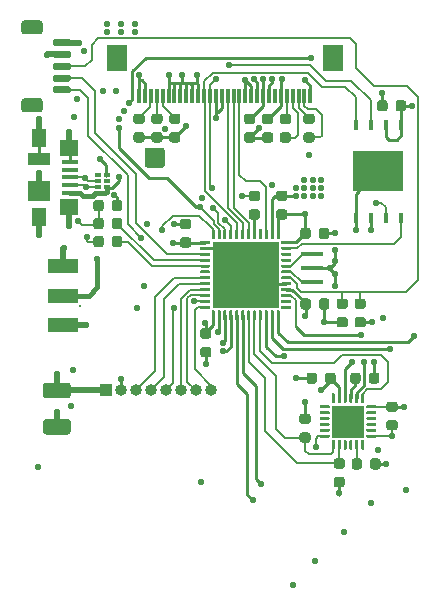
<source format=gbr>
%TF.GenerationSoftware,KiCad,Pcbnew,(5.1.6)-1*%
%TF.CreationDate,2020-07-04T15:59:08+08:00*%
%TF.ProjectId,24RF_Remote_Control,32345246-5f52-4656-9d6f-74655f436f6e,rev?*%
%TF.SameCoordinates,Original*%
%TF.FileFunction,Copper,L4,Bot*%
%TF.FilePolarity,Positive*%
%FSLAX46Y46*%
G04 Gerber Fmt 4.6, Leading zero omitted, Abs format (unit mm)*
G04 Created by KiCad (PCBNEW (5.1.6)-1) date 2020-07-04 15:59:08*
%MOMM*%
%LPD*%
G01*
G04 APERTURE LIST*
%TA.AperFunction,ViaPad*%
%ADD10C,0.600000*%
%TD*%
%TA.AperFunction,ViaPad*%
%ADD11C,0.500000*%
%TD*%
%TA.AperFunction,SMDPad,CuDef*%
%ADD12R,5.600000X5.600000*%
%TD*%
%TA.AperFunction,SMDPad,CuDef*%
%ADD13R,4.343400X3.454400*%
%TD*%
%TA.AperFunction,SMDPad,CuDef*%
%ADD14R,0.381000X0.863600*%
%TD*%
%TA.AperFunction,SMDPad,CuDef*%
%ADD15R,1.800000X2.200000*%
%TD*%
%TA.AperFunction,SMDPad,CuDef*%
%ADD16R,0.300000X1.300000*%
%TD*%
%TA.AperFunction,SMDPad,CuDef*%
%ADD17R,1.380000X0.450000*%
%TD*%
%TA.AperFunction,SMDPad,CuDef*%
%ADD18R,1.550000X1.425000*%
%TD*%
%TA.AperFunction,SMDPad,CuDef*%
%ADD19R,1.300000X1.650000*%
%TD*%
%TA.AperFunction,SMDPad,CuDef*%
%ADD20R,1.900000X1.800000*%
%TD*%
%TA.AperFunction,SMDPad,CuDef*%
%ADD21R,1.900000X1.000000*%
%TD*%
%TA.AperFunction,SMDPad,CuDef*%
%ADD22O,1.000000X1.000000*%
%TD*%
%TA.AperFunction,SMDPad,CuDef*%
%ADD23R,1.000000X1.000000*%
%TD*%
%TA.AperFunction,SMDPad,CuDef*%
%ADD24R,2.500000X1.250000*%
%TD*%
%TA.AperFunction,SMDPad,CuDef*%
%ADD25R,2.700000X2.700000*%
%TD*%
%TA.AperFunction,SMDPad,CuDef*%
%ADD26R,1.900000X0.400000*%
%TD*%
%TA.AperFunction,SMDPad,CuDef*%
%ADD27R,0.520000X0.300000*%
%TD*%
%TA.AperFunction,SMDPad,CuDef*%
%ADD28R,0.550000X0.300000*%
%TD*%
%TA.AperFunction,ViaPad*%
%ADD29C,0.550000*%
%TD*%
%TA.AperFunction,ViaPad*%
%ADD30C,0.250000*%
%TD*%
%TA.AperFunction,Conductor*%
%ADD31C,0.152400*%
%TD*%
%TA.AperFunction,Conductor*%
%ADD32C,0.250000*%
%TD*%
%TA.AperFunction,Conductor*%
%ADD33C,0.508000*%
%TD*%
%TA.AperFunction,Conductor*%
%ADD34C,0.406400*%
%TD*%
%TA.AperFunction,Conductor*%
%ADD35C,0.200000*%
%TD*%
G04 APERTURE END LIST*
D10*
%TO.N,GND*%
%TO.C,U1*%
X140504260Y-79791340D03*
X139404260Y-79791340D03*
X139954260Y-79241340D03*
X140504260Y-78691340D03*
X139404260Y-78691340D03*
%TA.AperFunction,Conductor*%
G36*
G01*
X140804260Y-78641240D02*
X140804260Y-79841440D01*
G75*
G02*
X140554360Y-80091340I-249900J0D01*
G01*
X139354160Y-80091340D01*
G75*
G02*
X139104260Y-79841440I0J249900D01*
G01*
X139104260Y-78641240D01*
G75*
G02*
X139354160Y-78391340I249900J0D01*
G01*
X140554360Y-78391340D01*
G75*
G02*
X140804260Y-78641240I0J-249900D01*
G01*
G37*
%TD.AperFunction*%
%TD*%
D11*
%TO.N,GND*%
%TO.C,U4*%
X145091200Y-91704200D03*
X146366200Y-91704200D03*
X147641200Y-91704200D03*
X148916200Y-91704200D03*
X150191200Y-91704200D03*
X145091200Y-90429200D03*
X146366200Y-90429200D03*
X147641200Y-90429200D03*
X148916200Y-90429200D03*
X150191200Y-90429200D03*
X145091200Y-89154200D03*
X146366200Y-89154200D03*
X147641200Y-89154200D03*
X148916200Y-89154200D03*
X150191200Y-89154200D03*
X145091200Y-87879200D03*
X146366200Y-87879200D03*
X147641200Y-87879200D03*
X148916200Y-87879200D03*
X150191200Y-87879200D03*
X145091200Y-86604200D03*
X146366200Y-86604200D03*
X147641200Y-86604200D03*
X148916200Y-86604200D03*
X150191200Y-86604200D03*
D12*
%TD*%
%TO.P,U4,49*%
%TO.N,GND*%
X147641200Y-89154200D03*
%TO.P,U4,48*%
%TO.N,+3V3*%
%TA.AperFunction,SMDPad,CuDef*%
G36*
G01*
X150516200Y-85341700D02*
X150516200Y-86091700D01*
G75*
G02*
X150453700Y-86154200I-62500J0D01*
G01*
X150328700Y-86154200D01*
G75*
G02*
X150266200Y-86091700I0J62500D01*
G01*
X150266200Y-85341700D01*
G75*
G02*
X150328700Y-85279200I62500J0D01*
G01*
X150453700Y-85279200D01*
G75*
G02*
X150516200Y-85341700I0J-62500D01*
G01*
G37*
%TD.AperFunction*%
%TO.P,U4,47*%
%TO.N,GND*%
%TA.AperFunction,SMDPad,CuDef*%
G36*
G01*
X150016200Y-85341700D02*
X150016200Y-86091700D01*
G75*
G02*
X149953700Y-86154200I-62500J0D01*
G01*
X149828700Y-86154200D01*
G75*
G02*
X149766200Y-86091700I0J62500D01*
G01*
X149766200Y-85341700D01*
G75*
G02*
X149828700Y-85279200I62500J0D01*
G01*
X149953700Y-85279200D01*
G75*
G02*
X150016200Y-85341700I0J-62500D01*
G01*
G37*
%TD.AperFunction*%
%TO.P,U4,46*%
%TO.N,/OLED_CS*%
%TA.AperFunction,SMDPad,CuDef*%
G36*
G01*
X149516200Y-85341700D02*
X149516200Y-86091700D01*
G75*
G02*
X149453700Y-86154200I-62500J0D01*
G01*
X149328700Y-86154200D01*
G75*
G02*
X149266200Y-86091700I0J62500D01*
G01*
X149266200Y-85341700D01*
G75*
G02*
X149328700Y-85279200I62500J0D01*
G01*
X149453700Y-85279200D01*
G75*
G02*
X149516200Y-85341700I0J-62500D01*
G01*
G37*
%TD.AperFunction*%
%TO.P,U4,45*%
%TO.N,Net-(U4-Pad45)*%
%TA.AperFunction,SMDPad,CuDef*%
G36*
G01*
X149016200Y-85341700D02*
X149016200Y-86091700D01*
G75*
G02*
X148953700Y-86154200I-62500J0D01*
G01*
X148828700Y-86154200D01*
G75*
G02*
X148766200Y-86091700I0J62500D01*
G01*
X148766200Y-85341700D01*
G75*
G02*
X148828700Y-85279200I62500J0D01*
G01*
X148953700Y-85279200D01*
G75*
G02*
X149016200Y-85341700I0J-62500D01*
G01*
G37*
%TD.AperFunction*%
%TO.P,U4,44*%
%TO.N,Net-(R14-Pad1)*%
%TA.AperFunction,SMDPad,CuDef*%
G36*
G01*
X148516200Y-85341700D02*
X148516200Y-86091700D01*
G75*
G02*
X148453700Y-86154200I-62500J0D01*
G01*
X148328700Y-86154200D01*
G75*
G02*
X148266200Y-86091700I0J62500D01*
G01*
X148266200Y-85341700D01*
G75*
G02*
X148328700Y-85279200I62500J0D01*
G01*
X148453700Y-85279200D01*
G75*
G02*
X148516200Y-85341700I0J-62500D01*
G01*
G37*
%TD.AperFunction*%
%TO.P,U4,43*%
%TO.N,/OLED_RES*%
%TA.AperFunction,SMDPad,CuDef*%
G36*
G01*
X148016200Y-85341700D02*
X148016200Y-86091700D01*
G75*
G02*
X147953700Y-86154200I-62500J0D01*
G01*
X147828700Y-86154200D01*
G75*
G02*
X147766200Y-86091700I0J62500D01*
G01*
X147766200Y-85341700D01*
G75*
G02*
X147828700Y-85279200I62500J0D01*
G01*
X147953700Y-85279200D01*
G75*
G02*
X148016200Y-85341700I0J-62500D01*
G01*
G37*
%TD.AperFunction*%
%TO.P,U4,42*%
%TO.N,/OLED_DC*%
%TA.AperFunction,SMDPad,CuDef*%
G36*
G01*
X147516200Y-85341700D02*
X147516200Y-86091700D01*
G75*
G02*
X147453700Y-86154200I-62500J0D01*
G01*
X147328700Y-86154200D01*
G75*
G02*
X147266200Y-86091700I0J62500D01*
G01*
X147266200Y-85341700D01*
G75*
G02*
X147328700Y-85279200I62500J0D01*
G01*
X147453700Y-85279200D01*
G75*
G02*
X147516200Y-85341700I0J-62500D01*
G01*
G37*
%TD.AperFunction*%
%TO.P,U4,41*%
%TO.N,/OLED_FLASH_MOSI*%
%TA.AperFunction,SMDPad,CuDef*%
G36*
G01*
X147016200Y-85341700D02*
X147016200Y-86091700D01*
G75*
G02*
X146953700Y-86154200I-62500J0D01*
G01*
X146828700Y-86154200D01*
G75*
G02*
X146766200Y-86091700I0J62500D01*
G01*
X146766200Y-85341700D01*
G75*
G02*
X146828700Y-85279200I62500J0D01*
G01*
X146953700Y-85279200D01*
G75*
G02*
X147016200Y-85341700I0J-62500D01*
G01*
G37*
%TD.AperFunction*%
%TO.P,U4,40*%
%TO.N,/OLED_FLASH_MISO*%
%TA.AperFunction,SMDPad,CuDef*%
G36*
G01*
X146516200Y-85341700D02*
X146516200Y-86091700D01*
G75*
G02*
X146453700Y-86154200I-62500J0D01*
G01*
X146328700Y-86154200D01*
G75*
G02*
X146266200Y-86091700I0J62500D01*
G01*
X146266200Y-85341700D01*
G75*
G02*
X146328700Y-85279200I62500J0D01*
G01*
X146453700Y-85279200D01*
G75*
G02*
X146516200Y-85341700I0J-62500D01*
G01*
G37*
%TD.AperFunction*%
%TO.P,U4,39*%
%TO.N,/OLED_FLASH_SCK*%
%TA.AperFunction,SMDPad,CuDef*%
G36*
G01*
X146016200Y-85341700D02*
X146016200Y-86091700D01*
G75*
G02*
X145953700Y-86154200I-62500J0D01*
G01*
X145828700Y-86154200D01*
G75*
G02*
X145766200Y-86091700I0J62500D01*
G01*
X145766200Y-85341700D01*
G75*
G02*
X145828700Y-85279200I62500J0D01*
G01*
X145953700Y-85279200D01*
G75*
G02*
X146016200Y-85341700I0J-62500D01*
G01*
G37*
%TD.AperFunction*%
%TO.P,U4,38*%
%TO.N,/CHARGE*%
%TA.AperFunction,SMDPad,CuDef*%
G36*
G01*
X145516200Y-85341700D02*
X145516200Y-86091700D01*
G75*
G02*
X145453700Y-86154200I-62500J0D01*
G01*
X145328700Y-86154200D01*
G75*
G02*
X145266200Y-86091700I0J62500D01*
G01*
X145266200Y-85341700D01*
G75*
G02*
X145328700Y-85279200I62500J0D01*
G01*
X145453700Y-85279200D01*
G75*
G02*
X145516200Y-85341700I0J-62500D01*
G01*
G37*
%TD.AperFunction*%
%TO.P,U4,37*%
%TO.N,/SWDCLK*%
%TA.AperFunction,SMDPad,CuDef*%
G36*
G01*
X145016200Y-85341700D02*
X145016200Y-86091700D01*
G75*
G02*
X144953700Y-86154200I-62500J0D01*
G01*
X144828700Y-86154200D01*
G75*
G02*
X144766200Y-86091700I0J62500D01*
G01*
X144766200Y-85341700D01*
G75*
G02*
X144828700Y-85279200I62500J0D01*
G01*
X144953700Y-85279200D01*
G75*
G02*
X145016200Y-85341700I0J-62500D01*
G01*
G37*
%TD.AperFunction*%
%TO.P,U4,36*%
%TO.N,+3V3*%
%TA.AperFunction,SMDPad,CuDef*%
G36*
G01*
X144641200Y-86341700D02*
X144641200Y-86466700D01*
G75*
G02*
X144578700Y-86529200I-62500J0D01*
G01*
X143828700Y-86529200D01*
G75*
G02*
X143766200Y-86466700I0J62500D01*
G01*
X143766200Y-86341700D01*
G75*
G02*
X143828700Y-86279200I62500J0D01*
G01*
X144578700Y-86279200D01*
G75*
G02*
X144641200Y-86341700I0J-62500D01*
G01*
G37*
%TD.AperFunction*%
%TO.P,U4,35*%
%TO.N,GND*%
%TA.AperFunction,SMDPad,CuDef*%
G36*
G01*
X144641200Y-86841700D02*
X144641200Y-86966700D01*
G75*
G02*
X144578700Y-87029200I-62500J0D01*
G01*
X143828700Y-87029200D01*
G75*
G02*
X143766200Y-86966700I0J62500D01*
G01*
X143766200Y-86841700D01*
G75*
G02*
X143828700Y-86779200I62500J0D01*
G01*
X144578700Y-86779200D01*
G75*
G02*
X144641200Y-86841700I0J-62500D01*
G01*
G37*
%TD.AperFunction*%
%TO.P,U4,34*%
%TO.N,/SWDIO*%
%TA.AperFunction,SMDPad,CuDef*%
G36*
G01*
X144641200Y-87341700D02*
X144641200Y-87466700D01*
G75*
G02*
X144578700Y-87529200I-62500J0D01*
G01*
X143828700Y-87529200D01*
G75*
G02*
X143766200Y-87466700I0J62500D01*
G01*
X143766200Y-87341700D01*
G75*
G02*
X143828700Y-87279200I62500J0D01*
G01*
X144578700Y-87279200D01*
G75*
G02*
X144641200Y-87341700I0J-62500D01*
G01*
G37*
%TD.AperFunction*%
%TO.P,U4,33*%
%TO.N,/D+*%
%TA.AperFunction,SMDPad,CuDef*%
G36*
G01*
X144641200Y-87841700D02*
X144641200Y-87966700D01*
G75*
G02*
X144578700Y-88029200I-62500J0D01*
G01*
X143828700Y-88029200D01*
G75*
G02*
X143766200Y-87966700I0J62500D01*
G01*
X143766200Y-87841700D01*
G75*
G02*
X143828700Y-87779200I62500J0D01*
G01*
X144578700Y-87779200D01*
G75*
G02*
X144641200Y-87841700I0J-62500D01*
G01*
G37*
%TD.AperFunction*%
%TO.P,U4,32*%
%TO.N,/D-*%
%TA.AperFunction,SMDPad,CuDef*%
G36*
G01*
X144641200Y-88341700D02*
X144641200Y-88466700D01*
G75*
G02*
X144578700Y-88529200I-62500J0D01*
G01*
X143828700Y-88529200D01*
G75*
G02*
X143766200Y-88466700I0J62500D01*
G01*
X143766200Y-88341700D01*
G75*
G02*
X143828700Y-88279200I62500J0D01*
G01*
X144578700Y-88279200D01*
G75*
G02*
X144641200Y-88341700I0J-62500D01*
G01*
G37*
%TD.AperFunction*%
%TO.P,U4,31*%
%TO.N,Net-(U4-Pad31)*%
%TA.AperFunction,SMDPad,CuDef*%
G36*
G01*
X144641200Y-88841700D02*
X144641200Y-88966700D01*
G75*
G02*
X144578700Y-89029200I-62500J0D01*
G01*
X143828700Y-89029200D01*
G75*
G02*
X143766200Y-88966700I0J62500D01*
G01*
X143766200Y-88841700D01*
G75*
G02*
X143828700Y-88779200I62500J0D01*
G01*
X144578700Y-88779200D01*
G75*
G02*
X144641200Y-88841700I0J-62500D01*
G01*
G37*
%TD.AperFunction*%
%TO.P,U4,30*%
%TO.N,/RF_CE*%
%TA.AperFunction,SMDPad,CuDef*%
G36*
G01*
X144641200Y-89341700D02*
X144641200Y-89466700D01*
G75*
G02*
X144578700Y-89529200I-62500J0D01*
G01*
X143828700Y-89529200D01*
G75*
G02*
X143766200Y-89466700I0J62500D01*
G01*
X143766200Y-89341700D01*
G75*
G02*
X143828700Y-89279200I62500J0D01*
G01*
X144578700Y-89279200D01*
G75*
G02*
X144641200Y-89341700I0J-62500D01*
G01*
G37*
%TD.AperFunction*%
%TO.P,U4,29*%
%TO.N,/RF_CSN*%
%TA.AperFunction,SMDPad,CuDef*%
G36*
G01*
X144641200Y-89841700D02*
X144641200Y-89966700D01*
G75*
G02*
X144578700Y-90029200I-62500J0D01*
G01*
X143828700Y-90029200D01*
G75*
G02*
X143766200Y-89966700I0J62500D01*
G01*
X143766200Y-89841700D01*
G75*
G02*
X143828700Y-89779200I62500J0D01*
G01*
X144578700Y-89779200D01*
G75*
G02*
X144641200Y-89841700I0J-62500D01*
G01*
G37*
%TD.AperFunction*%
%TO.P,U4,28*%
%TO.N,/RF_MOSI*%
%TA.AperFunction,SMDPad,CuDef*%
G36*
G01*
X144641200Y-90341700D02*
X144641200Y-90466700D01*
G75*
G02*
X144578700Y-90529200I-62500J0D01*
G01*
X143828700Y-90529200D01*
G75*
G02*
X143766200Y-90466700I0J62500D01*
G01*
X143766200Y-90341700D01*
G75*
G02*
X143828700Y-90279200I62500J0D01*
G01*
X144578700Y-90279200D01*
G75*
G02*
X144641200Y-90341700I0J-62500D01*
G01*
G37*
%TD.AperFunction*%
%TO.P,U4,27*%
%TO.N,/RF_MISO*%
%TA.AperFunction,SMDPad,CuDef*%
G36*
G01*
X144641200Y-90841700D02*
X144641200Y-90966700D01*
G75*
G02*
X144578700Y-91029200I-62500J0D01*
G01*
X143828700Y-91029200D01*
G75*
G02*
X143766200Y-90966700I0J62500D01*
G01*
X143766200Y-90841700D01*
G75*
G02*
X143828700Y-90779200I62500J0D01*
G01*
X144578700Y-90779200D01*
G75*
G02*
X144641200Y-90841700I0J-62500D01*
G01*
G37*
%TD.AperFunction*%
%TO.P,U4,26*%
%TO.N,/RF_SCK*%
%TA.AperFunction,SMDPad,CuDef*%
G36*
G01*
X144641200Y-91341700D02*
X144641200Y-91466700D01*
G75*
G02*
X144578700Y-91529200I-62500J0D01*
G01*
X143828700Y-91529200D01*
G75*
G02*
X143766200Y-91466700I0J62500D01*
G01*
X143766200Y-91341700D01*
G75*
G02*
X143828700Y-91279200I62500J0D01*
G01*
X144578700Y-91279200D01*
G75*
G02*
X144641200Y-91341700I0J-62500D01*
G01*
G37*
%TD.AperFunction*%
%TO.P,U4,25*%
%TO.N,/RF_IRQ*%
%TA.AperFunction,SMDPad,CuDef*%
G36*
G01*
X144641200Y-91841700D02*
X144641200Y-91966700D01*
G75*
G02*
X144578700Y-92029200I-62500J0D01*
G01*
X143828700Y-92029200D01*
G75*
G02*
X143766200Y-91966700I0J62500D01*
G01*
X143766200Y-91841700D01*
G75*
G02*
X143828700Y-91779200I62500J0D01*
G01*
X144578700Y-91779200D01*
G75*
G02*
X144641200Y-91841700I0J-62500D01*
G01*
G37*
%TD.AperFunction*%
%TO.P,U4,24*%
%TO.N,+3V3*%
%TA.AperFunction,SMDPad,CuDef*%
G36*
G01*
X145016200Y-92216700D02*
X145016200Y-92966700D01*
G75*
G02*
X144953700Y-93029200I-62500J0D01*
G01*
X144828700Y-93029200D01*
G75*
G02*
X144766200Y-92966700I0J62500D01*
G01*
X144766200Y-92216700D01*
G75*
G02*
X144828700Y-92154200I62500J0D01*
G01*
X144953700Y-92154200D01*
G75*
G02*
X145016200Y-92216700I0J-62500D01*
G01*
G37*
%TD.AperFunction*%
%TO.P,U4,23*%
%TO.N,GND*%
%TA.AperFunction,SMDPad,CuDef*%
G36*
G01*
X145516200Y-92216700D02*
X145516200Y-92966700D01*
G75*
G02*
X145453700Y-93029200I-62500J0D01*
G01*
X145328700Y-93029200D01*
G75*
G02*
X145266200Y-92966700I0J62500D01*
G01*
X145266200Y-92216700D01*
G75*
G02*
X145328700Y-92154200I62500J0D01*
G01*
X145453700Y-92154200D01*
G75*
G02*
X145516200Y-92216700I0J-62500D01*
G01*
G37*
%TD.AperFunction*%
%TO.P,U4,22*%
%TO.N,/BUTTON__LEFT*%
%TA.AperFunction,SMDPad,CuDef*%
G36*
G01*
X146016200Y-92216700D02*
X146016200Y-92966700D01*
G75*
G02*
X145953700Y-93029200I-62500J0D01*
G01*
X145828700Y-93029200D01*
G75*
G02*
X145766200Y-92966700I0J62500D01*
G01*
X145766200Y-92216700D01*
G75*
G02*
X145828700Y-92154200I62500J0D01*
G01*
X145953700Y-92154200D01*
G75*
G02*
X146016200Y-92216700I0J-62500D01*
G01*
G37*
%TD.AperFunction*%
%TO.P,U4,21*%
%TO.N,/Buzzer*%
%TA.AperFunction,SMDPad,CuDef*%
G36*
G01*
X146516200Y-92216700D02*
X146516200Y-92966700D01*
G75*
G02*
X146453700Y-93029200I-62500J0D01*
G01*
X146328700Y-93029200D01*
G75*
G02*
X146266200Y-92966700I0J62500D01*
G01*
X146266200Y-92216700D01*
G75*
G02*
X146328700Y-92154200I62500J0D01*
G01*
X146453700Y-92154200D01*
G75*
G02*
X146516200Y-92216700I0J-62500D01*
G01*
G37*
%TD.AperFunction*%
%TO.P,U4,20*%
%TO.N,/JY_Y*%
%TA.AperFunction,SMDPad,CuDef*%
G36*
G01*
X147016200Y-92216700D02*
X147016200Y-92966700D01*
G75*
G02*
X146953700Y-93029200I-62500J0D01*
G01*
X146828700Y-93029200D01*
G75*
G02*
X146766200Y-92966700I0J62500D01*
G01*
X146766200Y-92216700D01*
G75*
G02*
X146828700Y-92154200I62500J0D01*
G01*
X146953700Y-92154200D01*
G75*
G02*
X147016200Y-92216700I0J-62500D01*
G01*
G37*
%TD.AperFunction*%
%TO.P,U4,19*%
%TO.N,/USER_LED*%
%TA.AperFunction,SMDPad,CuDef*%
G36*
G01*
X147516200Y-92216700D02*
X147516200Y-92966700D01*
G75*
G02*
X147453700Y-93029200I-62500J0D01*
G01*
X147328700Y-93029200D01*
G75*
G02*
X147266200Y-92966700I0J62500D01*
G01*
X147266200Y-92216700D01*
G75*
G02*
X147328700Y-92154200I62500J0D01*
G01*
X147453700Y-92154200D01*
G75*
G02*
X147516200Y-92216700I0J-62500D01*
G01*
G37*
%TD.AperFunction*%
%TO.P,U4,18*%
%TO.N,/MPU_SCL*%
%TA.AperFunction,SMDPad,CuDef*%
G36*
G01*
X148016200Y-92216700D02*
X148016200Y-92966700D01*
G75*
G02*
X147953700Y-93029200I-62500J0D01*
G01*
X147828700Y-93029200D01*
G75*
G02*
X147766200Y-92966700I0J62500D01*
G01*
X147766200Y-92216700D01*
G75*
G02*
X147828700Y-92154200I62500J0D01*
G01*
X147953700Y-92154200D01*
G75*
G02*
X148016200Y-92216700I0J-62500D01*
G01*
G37*
%TD.AperFunction*%
%TO.P,U4,17*%
%TO.N,/MPU_SDA*%
%TA.AperFunction,SMDPad,CuDef*%
G36*
G01*
X148516200Y-92216700D02*
X148516200Y-92966700D01*
G75*
G02*
X148453700Y-93029200I-62500J0D01*
G01*
X148328700Y-93029200D01*
G75*
G02*
X148266200Y-92966700I0J62500D01*
G01*
X148266200Y-92216700D01*
G75*
G02*
X148328700Y-92154200I62500J0D01*
G01*
X148453700Y-92154200D01*
G75*
G02*
X148516200Y-92216700I0J-62500D01*
G01*
G37*
%TD.AperFunction*%
%TO.P,U4,16*%
%TO.N,/MPU_INT*%
%TA.AperFunction,SMDPad,CuDef*%
G36*
G01*
X149016200Y-92216700D02*
X149016200Y-92966700D01*
G75*
G02*
X148953700Y-93029200I-62500J0D01*
G01*
X148828700Y-93029200D01*
G75*
G02*
X148766200Y-92966700I0J62500D01*
G01*
X148766200Y-92216700D01*
G75*
G02*
X148828700Y-92154200I62500J0D01*
G01*
X148953700Y-92154200D01*
G75*
G02*
X149016200Y-92216700I0J-62500D01*
G01*
G37*
%TD.AperFunction*%
%TO.P,U4,15*%
%TO.N,/JY_X*%
%TA.AperFunction,SMDPad,CuDef*%
G36*
G01*
X149516200Y-92216700D02*
X149516200Y-92966700D01*
G75*
G02*
X149453700Y-93029200I-62500J0D01*
G01*
X149328700Y-93029200D01*
G75*
G02*
X149266200Y-92966700I0J62500D01*
G01*
X149266200Y-92216700D01*
G75*
G02*
X149328700Y-92154200I62500J0D01*
G01*
X149453700Y-92154200D01*
G75*
G02*
X149516200Y-92216700I0J-62500D01*
G01*
G37*
%TD.AperFunction*%
%TO.P,U4,14*%
%TO.N,/BUTTON_RIGHT*%
%TA.AperFunction,SMDPad,CuDef*%
G36*
G01*
X150016200Y-92216700D02*
X150016200Y-92966700D01*
G75*
G02*
X149953700Y-93029200I-62500J0D01*
G01*
X149828700Y-93029200D01*
G75*
G02*
X149766200Y-92966700I0J62500D01*
G01*
X149766200Y-92216700D01*
G75*
G02*
X149828700Y-92154200I62500J0D01*
G01*
X149953700Y-92154200D01*
G75*
G02*
X150016200Y-92216700I0J-62500D01*
G01*
G37*
%TD.AperFunction*%
%TO.P,U4,13*%
%TO.N,/PGOOD*%
%TA.AperFunction,SMDPad,CuDef*%
G36*
G01*
X150516200Y-92216700D02*
X150516200Y-92966700D01*
G75*
G02*
X150453700Y-93029200I-62500J0D01*
G01*
X150328700Y-93029200D01*
G75*
G02*
X150266200Y-92966700I0J62500D01*
G01*
X150266200Y-92216700D01*
G75*
G02*
X150328700Y-92154200I62500J0D01*
G01*
X150453700Y-92154200D01*
G75*
G02*
X150516200Y-92216700I0J-62500D01*
G01*
G37*
%TD.AperFunction*%
%TO.P,U4,12*%
%TO.N,Net-(U4-Pad12)*%
%TA.AperFunction,SMDPad,CuDef*%
G36*
G01*
X151516200Y-91841700D02*
X151516200Y-91966700D01*
G75*
G02*
X151453700Y-92029200I-62500J0D01*
G01*
X150703700Y-92029200D01*
G75*
G02*
X150641200Y-91966700I0J62500D01*
G01*
X150641200Y-91841700D01*
G75*
G02*
X150703700Y-91779200I62500J0D01*
G01*
X151453700Y-91779200D01*
G75*
G02*
X151516200Y-91841700I0J-62500D01*
G01*
G37*
%TD.AperFunction*%
%TO.P,U4,11*%
%TO.N,Net-(U4-Pad11)*%
%TA.AperFunction,SMDPad,CuDef*%
G36*
G01*
X151516200Y-91341700D02*
X151516200Y-91466700D01*
G75*
G02*
X151453700Y-91529200I-62500J0D01*
G01*
X150703700Y-91529200D01*
G75*
G02*
X150641200Y-91466700I0J62500D01*
G01*
X150641200Y-91341700D01*
G75*
G02*
X150703700Y-91279200I62500J0D01*
G01*
X151453700Y-91279200D01*
G75*
G02*
X151516200Y-91341700I0J-62500D01*
G01*
G37*
%TD.AperFunction*%
%TO.P,U4,10*%
%TO.N,/ADC_BATT*%
%TA.AperFunction,SMDPad,CuDef*%
G36*
G01*
X151516200Y-90841700D02*
X151516200Y-90966700D01*
G75*
G02*
X151453700Y-91029200I-62500J0D01*
G01*
X150703700Y-91029200D01*
G75*
G02*
X150641200Y-90966700I0J62500D01*
G01*
X150641200Y-90841700D01*
G75*
G02*
X150703700Y-90779200I62500J0D01*
G01*
X151453700Y-90779200D01*
G75*
G02*
X151516200Y-90841700I0J-62500D01*
G01*
G37*
%TD.AperFunction*%
%TO.P,U4,9*%
%TO.N,+3V3*%
%TA.AperFunction,SMDPad,CuDef*%
G36*
G01*
X151516200Y-90341700D02*
X151516200Y-90466700D01*
G75*
G02*
X151453700Y-90529200I-62500J0D01*
G01*
X150703700Y-90529200D01*
G75*
G02*
X150641200Y-90466700I0J62500D01*
G01*
X150641200Y-90341700D01*
G75*
G02*
X150703700Y-90279200I62500J0D01*
G01*
X151453700Y-90279200D01*
G75*
G02*
X151516200Y-90341700I0J-62500D01*
G01*
G37*
%TD.AperFunction*%
%TO.P,U4,8*%
%TO.N,GND*%
%TA.AperFunction,SMDPad,CuDef*%
G36*
G01*
X151516200Y-89841700D02*
X151516200Y-89966700D01*
G75*
G02*
X151453700Y-90029200I-62500J0D01*
G01*
X150703700Y-90029200D01*
G75*
G02*
X150641200Y-89966700I0J62500D01*
G01*
X150641200Y-89841700D01*
G75*
G02*
X150703700Y-89779200I62500J0D01*
G01*
X151453700Y-89779200D01*
G75*
G02*
X151516200Y-89841700I0J-62500D01*
G01*
G37*
%TD.AperFunction*%
%TO.P,U4,7*%
%TO.N,/nRST*%
%TA.AperFunction,SMDPad,CuDef*%
G36*
G01*
X151516200Y-89341700D02*
X151516200Y-89466700D01*
G75*
G02*
X151453700Y-89529200I-62500J0D01*
G01*
X150703700Y-89529200D01*
G75*
G02*
X150641200Y-89466700I0J62500D01*
G01*
X150641200Y-89341700D01*
G75*
G02*
X150703700Y-89279200I62500J0D01*
G01*
X151453700Y-89279200D01*
G75*
G02*
X151516200Y-89341700I0J-62500D01*
G01*
G37*
%TD.AperFunction*%
%TO.P,U4,6*%
%TO.N,Net-(U4-Pad6)*%
%TA.AperFunction,SMDPad,CuDef*%
G36*
G01*
X151516200Y-88841700D02*
X151516200Y-88966700D01*
G75*
G02*
X151453700Y-89029200I-62500J0D01*
G01*
X150703700Y-89029200D01*
G75*
G02*
X150641200Y-88966700I0J62500D01*
G01*
X150641200Y-88841700D01*
G75*
G02*
X150703700Y-88779200I62500J0D01*
G01*
X151453700Y-88779200D01*
G75*
G02*
X151516200Y-88841700I0J-62500D01*
G01*
G37*
%TD.AperFunction*%
%TO.P,U4,5*%
%TO.N,Net-(U4-Pad5)*%
%TA.AperFunction,SMDPad,CuDef*%
G36*
G01*
X151516200Y-88341700D02*
X151516200Y-88466700D01*
G75*
G02*
X151453700Y-88529200I-62500J0D01*
G01*
X150703700Y-88529200D01*
G75*
G02*
X150641200Y-88466700I0J62500D01*
G01*
X150641200Y-88341700D01*
G75*
G02*
X150703700Y-88279200I62500J0D01*
G01*
X151453700Y-88279200D01*
G75*
G02*
X151516200Y-88341700I0J-62500D01*
G01*
G37*
%TD.AperFunction*%
%TO.P,U4,4*%
%TO.N,Net-(U4-Pad4)*%
%TA.AperFunction,SMDPad,CuDef*%
G36*
G01*
X151516200Y-87841700D02*
X151516200Y-87966700D01*
G75*
G02*
X151453700Y-88029200I-62500J0D01*
G01*
X150703700Y-88029200D01*
G75*
G02*
X150641200Y-87966700I0J62500D01*
G01*
X150641200Y-87841700D01*
G75*
G02*
X150703700Y-87779200I62500J0D01*
G01*
X151453700Y-87779200D01*
G75*
G02*
X151516200Y-87841700I0J-62500D01*
G01*
G37*
%TD.AperFunction*%
%TO.P,U4,3*%
%TO.N,Net-(U4-Pad3)*%
%TA.AperFunction,SMDPad,CuDef*%
G36*
G01*
X151516200Y-87341700D02*
X151516200Y-87466700D01*
G75*
G02*
X151453700Y-87529200I-62500J0D01*
G01*
X150703700Y-87529200D01*
G75*
G02*
X150641200Y-87466700I0J62500D01*
G01*
X150641200Y-87341700D01*
G75*
G02*
X150703700Y-87279200I62500J0D01*
G01*
X151453700Y-87279200D01*
G75*
G02*
X151516200Y-87341700I0J-62500D01*
G01*
G37*
%TD.AperFunction*%
%TO.P,U4,2*%
%TO.N,/FLASH_CS*%
%TA.AperFunction,SMDPad,CuDef*%
G36*
G01*
X151516200Y-86841700D02*
X151516200Y-86966700D01*
G75*
G02*
X151453700Y-87029200I-62500J0D01*
G01*
X150703700Y-87029200D01*
G75*
G02*
X150641200Y-86966700I0J62500D01*
G01*
X150641200Y-86841700D01*
G75*
G02*
X150703700Y-86779200I62500J0D01*
G01*
X151453700Y-86779200D01*
G75*
G02*
X151516200Y-86841700I0J-62500D01*
G01*
G37*
%TD.AperFunction*%
%TO.P,U4,1*%
%TO.N,+3V3*%
%TA.AperFunction,SMDPad,CuDef*%
G36*
G01*
X151516200Y-86341700D02*
X151516200Y-86466700D01*
G75*
G02*
X151453700Y-86529200I-62500J0D01*
G01*
X150703700Y-86529200D01*
G75*
G02*
X150641200Y-86466700I0J62500D01*
G01*
X150641200Y-86341700D01*
G75*
G02*
X150703700Y-86279200I62500J0D01*
G01*
X151453700Y-86279200D01*
G75*
G02*
X151516200Y-86341700I0J-62500D01*
G01*
G37*
%TD.AperFunction*%
%TD*%
D13*
%TO.P,U7,9*%
%TO.N,N/C*%
X158888020Y-80390320D03*
D14*
%TO.P,U7,8*%
%TO.N,+3V3*%
X160793020Y-76466020D03*
%TO.P,U7,7*%
X159523020Y-76466020D03*
%TO.P,U7,6*%
%TO.N,/OLED_FLASH_SCK*%
X158253020Y-76466020D03*
%TO.P,U7,5*%
%TO.N,/OLED_FLASH_MOSI*%
X156983020Y-76466020D03*
%TO.P,U7,4*%
%TO.N,GND*%
X156983020Y-84314620D03*
%TO.P,U7,3*%
%TO.N,+3V3*%
X158253020Y-84314620D03*
%TO.P,U7,2*%
%TO.N,/OLED_FLASH_MISO*%
X159523020Y-84314620D03*
%TO.P,U7,1*%
%TO.N,/FLASH_CS*%
X160793020Y-84314620D03*
%TD*%
D15*
%TO.P,J4,MP*%
%TO.N,N/C*%
X155018000Y-70789040D03*
X136718000Y-70789040D03*
D16*
%TO.P,J4,30*%
%TO.N,GND*%
X138618000Y-74039040D03*
%TO.P,J4,29*%
X139118000Y-74039040D03*
%TO.P,J4,28*%
%TO.N,Net-(C16-Pad1)*%
X139618000Y-74039040D03*
%TO.P,J4,27*%
%TO.N,Net-(C15-Pad1)*%
X140118000Y-74039040D03*
%TO.P,J4,26*%
%TO.N,Net-(J4-Pad26)*%
X140618000Y-74039040D03*
%TO.P,J4,25*%
%TO.N,GND*%
X141118000Y-74039040D03*
%TO.P,J4,24*%
X141618000Y-74039040D03*
%TO.P,J4,23*%
X142118000Y-74039040D03*
%TO.P,J4,22*%
X142618000Y-74039040D03*
%TO.P,J4,21*%
X143118000Y-74039040D03*
%TO.P,J4,20*%
X143618000Y-74039040D03*
%TO.P,J4,19*%
%TO.N,/OLED_FLASH_MOSI*%
X144118000Y-74039040D03*
%TO.P,J4,18*%
%TO.N,/OLED_FLASH_SCK*%
X144618000Y-74039040D03*
%TO.P,J4,17*%
%TO.N,GND*%
X145118000Y-74039040D03*
%TO.P,J4,16*%
X145618000Y-74039040D03*
%TO.P,J4,15*%
%TO.N,/OLED_DC*%
X146118000Y-74039040D03*
%TO.P,J4,14*%
%TO.N,/OLED_RES*%
X146618000Y-74039040D03*
%TO.P,J4,13*%
%TO.N,/OLED_CS*%
X147118000Y-74039040D03*
%TO.P,J4,12*%
%TO.N,GND*%
X147618000Y-74039040D03*
%TO.P,J4,11*%
X148118000Y-74039040D03*
%TO.P,J4,10*%
X148618000Y-74039040D03*
%TO.P,J4,9*%
%TO.N,+3V3*%
X149118000Y-74039040D03*
%TO.P,J4,8*%
%TO.N,GND*%
X149618000Y-74039040D03*
%TO.P,J4,7*%
%TO.N,Net-(J4-Pad7)*%
X150118000Y-74039040D03*
%TO.P,J4,6*%
%TO.N,+3V3*%
X150618000Y-74039040D03*
%TO.P,J4,5*%
%TO.N,Net-(C13-Pad2)*%
X151118000Y-74039040D03*
%TO.P,J4,4*%
%TO.N,Net-(C13-Pad1)*%
X151618000Y-74039040D03*
%TO.P,J4,3*%
%TO.N,Net-(C18-Pad2)*%
X152118000Y-74039040D03*
%TO.P,J4,2*%
%TO.N,Net-(C18-Pad1)*%
X152618000Y-74039040D03*
%TO.P,J4,1*%
%TO.N,GND*%
X153118000Y-74039040D03*
%TD*%
%TO.P,C7,1*%
%TO.N,+3V3*%
%TA.AperFunction,SMDPad,CuDef*%
G36*
G01*
X155251460Y-97647370D02*
X155251460Y-98159870D01*
G75*
G02*
X155032710Y-98378620I-218750J0D01*
G01*
X154595210Y-98378620D01*
G75*
G02*
X154376460Y-98159870I0J218750D01*
G01*
X154376460Y-97647370D01*
G75*
G02*
X154595210Y-97428620I218750J0D01*
G01*
X155032710Y-97428620D01*
G75*
G02*
X155251460Y-97647370I0J-218750D01*
G01*
G37*
%TD.AperFunction*%
%TO.P,C7,2*%
%TO.N,GND*%
%TA.AperFunction,SMDPad,CuDef*%
G36*
G01*
X153676460Y-97647370D02*
X153676460Y-98159870D01*
G75*
G02*
X153457710Y-98378620I-218750J0D01*
G01*
X153020210Y-98378620D01*
G75*
G02*
X152801460Y-98159870I0J218750D01*
G01*
X152801460Y-97647370D01*
G75*
G02*
X153020210Y-97428620I218750J0D01*
G01*
X153457710Y-97428620D01*
G75*
G02*
X153676460Y-97647370I0J-218750D01*
G01*
G37*
%TD.AperFunction*%
%TD*%
%TO.P,C8,1*%
%TO.N,Net-(C8-Pad1)*%
%TA.AperFunction,SMDPad,CuDef*%
G36*
G01*
X156499700Y-98152250D02*
X156499700Y-97639750D01*
G75*
G02*
X156718450Y-97421000I218750J0D01*
G01*
X157155950Y-97421000D01*
G75*
G02*
X157374700Y-97639750I0J-218750D01*
G01*
X157374700Y-98152250D01*
G75*
G02*
X157155950Y-98371000I-218750J0D01*
G01*
X156718450Y-98371000D01*
G75*
G02*
X156499700Y-98152250I0J218750D01*
G01*
G37*
%TD.AperFunction*%
%TO.P,C8,2*%
%TO.N,GND*%
%TA.AperFunction,SMDPad,CuDef*%
G36*
G01*
X158074700Y-98152250D02*
X158074700Y-97639750D01*
G75*
G02*
X158293450Y-97421000I218750J0D01*
G01*
X158730950Y-97421000D01*
G75*
G02*
X158949700Y-97639750I0J-218750D01*
G01*
X158949700Y-98152250D01*
G75*
G02*
X158730950Y-98371000I-218750J0D01*
G01*
X158293450Y-98371000D01*
G75*
G02*
X158074700Y-98152250I0J218750D01*
G01*
G37*
%TD.AperFunction*%
%TD*%
%TO.P,C9,2*%
%TO.N,GND*%
%TA.AperFunction,SMDPad,CuDef*%
G36*
G01*
X158189400Y-105413930D02*
X158189400Y-104901430D01*
G75*
G02*
X158408150Y-104682680I218750J0D01*
G01*
X158845650Y-104682680D01*
G75*
G02*
X159064400Y-104901430I0J-218750D01*
G01*
X159064400Y-105413930D01*
G75*
G02*
X158845650Y-105632680I-218750J0D01*
G01*
X158408150Y-105632680D01*
G75*
G02*
X158189400Y-105413930I0J218750D01*
G01*
G37*
%TD.AperFunction*%
%TO.P,C9,1*%
%TO.N,Net-(C9-Pad1)*%
%TA.AperFunction,SMDPad,CuDef*%
G36*
G01*
X156614400Y-105413930D02*
X156614400Y-104901430D01*
G75*
G02*
X156833150Y-104682680I218750J0D01*
G01*
X157270650Y-104682680D01*
G75*
G02*
X157489400Y-104901430I0J-218750D01*
G01*
X157489400Y-105413930D01*
G75*
G02*
X157270650Y-105632680I-218750J0D01*
G01*
X156833150Y-105632680D01*
G75*
G02*
X156614400Y-105413930I0J218750D01*
G01*
G37*
%TD.AperFunction*%
%TD*%
%TO.P,C10,1*%
%TO.N,+3V3*%
%TA.AperFunction,SMDPad,CuDef*%
G36*
G01*
X161227940Y-74574910D02*
X161227940Y-75087410D01*
G75*
G02*
X161009190Y-75306160I-218750J0D01*
G01*
X160571690Y-75306160D01*
G75*
G02*
X160352940Y-75087410I0J218750D01*
G01*
X160352940Y-74574910D01*
G75*
G02*
X160571690Y-74356160I218750J0D01*
G01*
X161009190Y-74356160D01*
G75*
G02*
X161227940Y-74574910I0J-218750D01*
G01*
G37*
%TD.AperFunction*%
%TO.P,C10,2*%
%TO.N,GND*%
%TA.AperFunction,SMDPad,CuDef*%
G36*
G01*
X159652940Y-74574910D02*
X159652940Y-75087410D01*
G75*
G02*
X159434190Y-75306160I-218750J0D01*
G01*
X158996690Y-75306160D01*
G75*
G02*
X158777940Y-75087410I0J218750D01*
G01*
X158777940Y-74574910D01*
G75*
G02*
X158996690Y-74356160I218750J0D01*
G01*
X159434190Y-74356160D01*
G75*
G02*
X159652940Y-74574910I0J-218750D01*
G01*
G37*
%TD.AperFunction*%
%TD*%
%TO.P,C11,1*%
%TO.N,GND*%
%TA.AperFunction,SMDPad,CuDef*%
G36*
G01*
X160289810Y-102326480D02*
X159777310Y-102326480D01*
G75*
G02*
X159558560Y-102107730I0J218750D01*
G01*
X159558560Y-101670230D01*
G75*
G02*
X159777310Y-101451480I218750J0D01*
G01*
X160289810Y-101451480D01*
G75*
G02*
X160508560Y-101670230I0J-218750D01*
G01*
X160508560Y-102107730D01*
G75*
G02*
X160289810Y-102326480I-218750J0D01*
G01*
G37*
%TD.AperFunction*%
%TO.P,C11,2*%
%TO.N,+3V3*%
%TA.AperFunction,SMDPad,CuDef*%
G36*
G01*
X160289810Y-100751480D02*
X159777310Y-100751480D01*
G75*
G02*
X159558560Y-100532730I0J218750D01*
G01*
X159558560Y-100095230D01*
G75*
G02*
X159777310Y-99876480I218750J0D01*
G01*
X160289810Y-99876480D01*
G75*
G02*
X160508560Y-100095230I0J-218750D01*
G01*
X160508560Y-100532730D01*
G75*
G02*
X160289810Y-100751480I-218750J0D01*
G01*
G37*
%TD.AperFunction*%
%TD*%
%TO.P,C12,1*%
%TO.N,+3V3*%
%TA.AperFunction,SMDPad,CuDef*%
G36*
G01*
X149243450Y-75509600D02*
X149755950Y-75509600D01*
G75*
G02*
X149974700Y-75728350I0J-218750D01*
G01*
X149974700Y-76165850D01*
G75*
G02*
X149755950Y-76384600I-218750J0D01*
G01*
X149243450Y-76384600D01*
G75*
G02*
X149024700Y-76165850I0J218750D01*
G01*
X149024700Y-75728350D01*
G75*
G02*
X149243450Y-75509600I218750J0D01*
G01*
G37*
%TD.AperFunction*%
%TO.P,C12,2*%
%TO.N,GND*%
%TA.AperFunction,SMDPad,CuDef*%
G36*
G01*
X149243450Y-77084600D02*
X149755950Y-77084600D01*
G75*
G02*
X149974700Y-77303350I0J-218750D01*
G01*
X149974700Y-77740850D01*
G75*
G02*
X149755950Y-77959600I-218750J0D01*
G01*
X149243450Y-77959600D01*
G75*
G02*
X149024700Y-77740850I0J218750D01*
G01*
X149024700Y-77303350D01*
G75*
G02*
X149243450Y-77084600I218750J0D01*
G01*
G37*
%TD.AperFunction*%
%TD*%
%TO.P,C13,2*%
%TO.N,Net-(C13-Pad2)*%
%TA.AperFunction,SMDPad,CuDef*%
G36*
G01*
X151269410Y-76384600D02*
X150756910Y-76384600D01*
G75*
G02*
X150538160Y-76165850I0J218750D01*
G01*
X150538160Y-75728350D01*
G75*
G02*
X150756910Y-75509600I218750J0D01*
G01*
X151269410Y-75509600D01*
G75*
G02*
X151488160Y-75728350I0J-218750D01*
G01*
X151488160Y-76165850D01*
G75*
G02*
X151269410Y-76384600I-218750J0D01*
G01*
G37*
%TD.AperFunction*%
%TO.P,C13,1*%
%TO.N,Net-(C13-Pad1)*%
%TA.AperFunction,SMDPad,CuDef*%
G36*
G01*
X151269410Y-77959600D02*
X150756910Y-77959600D01*
G75*
G02*
X150538160Y-77740850I0J218750D01*
G01*
X150538160Y-77303350D01*
G75*
G02*
X150756910Y-77084600I218750J0D01*
G01*
X151269410Y-77084600D01*
G75*
G02*
X151488160Y-77303350I0J-218750D01*
G01*
X151488160Y-77740850D01*
G75*
G02*
X151269410Y-77959600I-218750J0D01*
G01*
G37*
%TD.AperFunction*%
%TD*%
%TO.P,C14,2*%
%TO.N,GND*%
%TA.AperFunction,SMDPad,CuDef*%
G36*
G01*
X147729610Y-77084600D02*
X148242110Y-77084600D01*
G75*
G02*
X148460860Y-77303350I0J-218750D01*
G01*
X148460860Y-77740850D01*
G75*
G02*
X148242110Y-77959600I-218750J0D01*
G01*
X147729610Y-77959600D01*
G75*
G02*
X147510860Y-77740850I0J218750D01*
G01*
X147510860Y-77303350D01*
G75*
G02*
X147729610Y-77084600I218750J0D01*
G01*
G37*
%TD.AperFunction*%
%TO.P,C14,1*%
%TO.N,+3V3*%
%TA.AperFunction,SMDPad,CuDef*%
G36*
G01*
X147729610Y-75509600D02*
X148242110Y-75509600D01*
G75*
G02*
X148460860Y-75728350I0J-218750D01*
G01*
X148460860Y-76165850D01*
G75*
G02*
X148242110Y-76384600I-218750J0D01*
G01*
X147729610Y-76384600D01*
G75*
G02*
X147510860Y-76165850I0J218750D01*
G01*
X147510860Y-75728350D01*
G75*
G02*
X147729610Y-75509600I218750J0D01*
G01*
G37*
%TD.AperFunction*%
%TD*%
%TO.P,C15,1*%
%TO.N,Net-(C15-Pad1)*%
%TA.AperFunction,SMDPad,CuDef*%
G36*
G01*
X139873390Y-75501980D02*
X140385890Y-75501980D01*
G75*
G02*
X140604640Y-75720730I0J-218750D01*
G01*
X140604640Y-76158230D01*
G75*
G02*
X140385890Y-76376980I-218750J0D01*
G01*
X139873390Y-76376980D01*
G75*
G02*
X139654640Y-76158230I0J218750D01*
G01*
X139654640Y-75720730D01*
G75*
G02*
X139873390Y-75501980I218750J0D01*
G01*
G37*
%TD.AperFunction*%
%TO.P,C15,2*%
%TO.N,GND*%
%TA.AperFunction,SMDPad,CuDef*%
G36*
G01*
X139873390Y-77076980D02*
X140385890Y-77076980D01*
G75*
G02*
X140604640Y-77295730I0J-218750D01*
G01*
X140604640Y-77733230D01*
G75*
G02*
X140385890Y-77951980I-218750J0D01*
G01*
X139873390Y-77951980D01*
G75*
G02*
X139654640Y-77733230I0J218750D01*
G01*
X139654640Y-77295730D01*
G75*
G02*
X139873390Y-77076980I218750J0D01*
G01*
G37*
%TD.AperFunction*%
%TD*%
%TO.P,C16,2*%
%TO.N,GND*%
%TA.AperFunction,SMDPad,CuDef*%
G36*
G01*
X138357010Y-77076980D02*
X138869510Y-77076980D01*
G75*
G02*
X139088260Y-77295730I0J-218750D01*
G01*
X139088260Y-77733230D01*
G75*
G02*
X138869510Y-77951980I-218750J0D01*
G01*
X138357010Y-77951980D01*
G75*
G02*
X138138260Y-77733230I0J218750D01*
G01*
X138138260Y-77295730D01*
G75*
G02*
X138357010Y-77076980I218750J0D01*
G01*
G37*
%TD.AperFunction*%
%TO.P,C16,1*%
%TO.N,Net-(C16-Pad1)*%
%TA.AperFunction,SMDPad,CuDef*%
G36*
G01*
X138357010Y-75501980D02*
X138869510Y-75501980D01*
G75*
G02*
X139088260Y-75720730I0J-218750D01*
G01*
X139088260Y-76158230D01*
G75*
G02*
X138869510Y-76376980I-218750J0D01*
G01*
X138357010Y-76376980D01*
G75*
G02*
X138138260Y-76158230I0J218750D01*
G01*
X138138260Y-75720730D01*
G75*
G02*
X138357010Y-75501980I218750J0D01*
G01*
G37*
%TD.AperFunction*%
%TD*%
%TO.P,C17,1*%
%TO.N,+3V3*%
%TA.AperFunction,SMDPad,CuDef*%
G36*
G01*
X130733179Y-98281720D02*
X132583181Y-98281720D01*
G75*
G02*
X132833180Y-98531719I0J-249999D01*
G01*
X132833180Y-99356721D01*
G75*
G02*
X132583181Y-99606720I-249999J0D01*
G01*
X130733179Y-99606720D01*
G75*
G02*
X130483180Y-99356721I0J249999D01*
G01*
X130483180Y-98531719D01*
G75*
G02*
X130733179Y-98281720I249999J0D01*
G01*
G37*
%TD.AperFunction*%
%TO.P,C17,2*%
%TO.N,GND*%
%TA.AperFunction,SMDPad,CuDef*%
G36*
G01*
X130733179Y-101356720D02*
X132583181Y-101356720D01*
G75*
G02*
X132833180Y-101606719I0J-249999D01*
G01*
X132833180Y-102431721D01*
G75*
G02*
X132583181Y-102681720I-249999J0D01*
G01*
X130733179Y-102681720D01*
G75*
G02*
X130483180Y-102431721I0J249999D01*
G01*
X130483180Y-101606719D01*
G75*
G02*
X130733179Y-101356720I249999J0D01*
G01*
G37*
%TD.AperFunction*%
%TD*%
%TO.P,C18,1*%
%TO.N,Net-(C18-Pad1)*%
%TA.AperFunction,SMDPad,CuDef*%
G36*
G01*
X153259090Y-77957720D02*
X152746590Y-77957720D01*
G75*
G02*
X152527840Y-77738970I0J218750D01*
G01*
X152527840Y-77301470D01*
G75*
G02*
X152746590Y-77082720I218750J0D01*
G01*
X153259090Y-77082720D01*
G75*
G02*
X153477840Y-77301470I0J-218750D01*
G01*
X153477840Y-77738970D01*
G75*
G02*
X153259090Y-77957720I-218750J0D01*
G01*
G37*
%TD.AperFunction*%
%TO.P,C18,2*%
%TO.N,Net-(C18-Pad2)*%
%TA.AperFunction,SMDPad,CuDef*%
G36*
G01*
X153259090Y-76382720D02*
X152746590Y-76382720D01*
G75*
G02*
X152527840Y-76163970I0J218750D01*
G01*
X152527840Y-75726470D01*
G75*
G02*
X152746590Y-75507720I218750J0D01*
G01*
X153259090Y-75507720D01*
G75*
G02*
X153477840Y-75726470I0J-218750D01*
G01*
X153477840Y-76163970D01*
G75*
G02*
X153259090Y-76382720I-218750J0D01*
G01*
G37*
%TD.AperFunction*%
%TD*%
%TO.P,C24,2*%
%TO.N,GND*%
%TA.AperFunction,SMDPad,CuDef*%
G36*
G01*
X155573610Y-92731660D02*
X156086110Y-92731660D01*
G75*
G02*
X156304860Y-92950410I0J-218750D01*
G01*
X156304860Y-93387910D01*
G75*
G02*
X156086110Y-93606660I-218750J0D01*
G01*
X155573610Y-93606660D01*
G75*
G02*
X155354860Y-93387910I0J218750D01*
G01*
X155354860Y-92950410D01*
G75*
G02*
X155573610Y-92731660I218750J0D01*
G01*
G37*
%TD.AperFunction*%
%TO.P,C24,1*%
%TO.N,/nRST*%
%TA.AperFunction,SMDPad,CuDef*%
G36*
G01*
X155573610Y-91156660D02*
X156086110Y-91156660D01*
G75*
G02*
X156304860Y-91375410I0J-218750D01*
G01*
X156304860Y-91812910D01*
G75*
G02*
X156086110Y-92031660I-218750J0D01*
G01*
X155573610Y-92031660D01*
G75*
G02*
X155354860Y-91812910I0J218750D01*
G01*
X155354860Y-91375410D01*
G75*
G02*
X155573610Y-91156660I218750J0D01*
G01*
G37*
%TD.AperFunction*%
%TD*%
%TO.P,C27,1*%
%TO.N,GND*%
%TA.AperFunction,SMDPad,CuDef*%
G36*
G01*
X154721740Y-85384250D02*
X154721740Y-85896750D01*
G75*
G02*
X154502990Y-86115500I-218750J0D01*
G01*
X154065490Y-86115500D01*
G75*
G02*
X153846740Y-85896750I0J218750D01*
G01*
X153846740Y-85384250D01*
G75*
G02*
X154065490Y-85165500I218750J0D01*
G01*
X154502990Y-85165500D01*
G75*
G02*
X154721740Y-85384250I0J-218750D01*
G01*
G37*
%TD.AperFunction*%
%TO.P,C27,2*%
%TO.N,+3V3*%
%TA.AperFunction,SMDPad,CuDef*%
G36*
G01*
X153146740Y-85384250D02*
X153146740Y-85896750D01*
G75*
G02*
X152927990Y-86115500I-218750J0D01*
G01*
X152490490Y-86115500D01*
G75*
G02*
X152271740Y-85896750I0J218750D01*
G01*
X152271740Y-85384250D01*
G75*
G02*
X152490490Y-85165500I218750J0D01*
G01*
X152927990Y-85165500D01*
G75*
G02*
X153146740Y-85384250I0J-218750D01*
G01*
G37*
%TD.AperFunction*%
%TD*%
%TO.P,C29,2*%
%TO.N,+3V3*%
%TA.AperFunction,SMDPad,CuDef*%
G36*
G01*
X144526570Y-94556420D02*
X144014070Y-94556420D01*
G75*
G02*
X143795320Y-94337670I0J218750D01*
G01*
X143795320Y-93900170D01*
G75*
G02*
X144014070Y-93681420I218750J0D01*
G01*
X144526570Y-93681420D01*
G75*
G02*
X144745320Y-93900170I0J-218750D01*
G01*
X144745320Y-94337670D01*
G75*
G02*
X144526570Y-94556420I-218750J0D01*
G01*
G37*
%TD.AperFunction*%
%TO.P,C29,1*%
%TO.N,GND*%
%TA.AperFunction,SMDPad,CuDef*%
G36*
G01*
X144526570Y-96131420D02*
X144014070Y-96131420D01*
G75*
G02*
X143795320Y-95912670I0J218750D01*
G01*
X143795320Y-95475170D01*
G75*
G02*
X144014070Y-95256420I218750J0D01*
G01*
X144526570Y-95256420D01*
G75*
G02*
X144745320Y-95475170I0J-218750D01*
G01*
X144745320Y-95912670D01*
G75*
G02*
X144526570Y-96131420I-218750J0D01*
G01*
G37*
%TD.AperFunction*%
%TD*%
%TO.P,C31,1*%
%TO.N,GND*%
%TA.AperFunction,SMDPad,CuDef*%
G36*
G01*
X142296690Y-84406160D02*
X142809190Y-84406160D01*
G75*
G02*
X143027940Y-84624910I0J-218750D01*
G01*
X143027940Y-85062410D01*
G75*
G02*
X142809190Y-85281160I-218750J0D01*
G01*
X142296690Y-85281160D01*
G75*
G02*
X142077940Y-85062410I0J218750D01*
G01*
X142077940Y-84624910D01*
G75*
G02*
X142296690Y-84406160I218750J0D01*
G01*
G37*
%TD.AperFunction*%
%TO.P,C31,2*%
%TO.N,+3V3*%
%TA.AperFunction,SMDPad,CuDef*%
G36*
G01*
X142296690Y-85981160D02*
X142809190Y-85981160D01*
G75*
G02*
X143027940Y-86199910I0J-218750D01*
G01*
X143027940Y-86637410D01*
G75*
G02*
X142809190Y-86856160I-218750J0D01*
G01*
X142296690Y-86856160D01*
G75*
G02*
X142077940Y-86637410I0J218750D01*
G01*
X142077940Y-86199910D01*
G75*
G02*
X142296690Y-85981160I218750J0D01*
G01*
G37*
%TD.AperFunction*%
%TD*%
%TO.P,C32,2*%
%TO.N,+3V3*%
%TA.AperFunction,SMDPad,CuDef*%
G36*
G01*
X150447890Y-83595280D02*
X150960390Y-83595280D01*
G75*
G02*
X151179140Y-83814030I0J-218750D01*
G01*
X151179140Y-84251530D01*
G75*
G02*
X150960390Y-84470280I-218750J0D01*
G01*
X150447890Y-84470280D01*
G75*
G02*
X150229140Y-84251530I0J218750D01*
G01*
X150229140Y-83814030D01*
G75*
G02*
X150447890Y-83595280I218750J0D01*
G01*
G37*
%TD.AperFunction*%
%TO.P,C32,1*%
%TO.N,GND*%
%TA.AperFunction,SMDPad,CuDef*%
G36*
G01*
X150447890Y-82020280D02*
X150960390Y-82020280D01*
G75*
G02*
X151179140Y-82239030I0J-218750D01*
G01*
X151179140Y-82676530D01*
G75*
G02*
X150960390Y-82895280I-218750J0D01*
G01*
X150447890Y-82895280D01*
G75*
G02*
X150229140Y-82676530I0J218750D01*
G01*
X150229140Y-82239030D01*
G75*
G02*
X150447890Y-82020280I218750J0D01*
G01*
G37*
%TD.AperFunction*%
%TD*%
%TO.P,C33,1*%
%TO.N,GND*%
%TA.AperFunction,SMDPad,CuDef*%
G36*
G01*
X154731900Y-91366350D02*
X154731900Y-91878850D01*
G75*
G02*
X154513150Y-92097600I-218750J0D01*
G01*
X154075650Y-92097600D01*
G75*
G02*
X153856900Y-91878850I0J218750D01*
G01*
X153856900Y-91366350D01*
G75*
G02*
X154075650Y-91147600I218750J0D01*
G01*
X154513150Y-91147600D01*
G75*
G02*
X154731900Y-91366350I0J-218750D01*
G01*
G37*
%TD.AperFunction*%
%TO.P,C33,2*%
%TO.N,+3V3*%
%TA.AperFunction,SMDPad,CuDef*%
G36*
G01*
X153156900Y-91366350D02*
X153156900Y-91878850D01*
G75*
G02*
X152938150Y-92097600I-218750J0D01*
G01*
X152500650Y-92097600D01*
G75*
G02*
X152281900Y-91878850I0J218750D01*
G01*
X152281900Y-91366350D01*
G75*
G02*
X152500650Y-91147600I218750J0D01*
G01*
X152938150Y-91147600D01*
G75*
G02*
X153156900Y-91366350I0J-218750D01*
G01*
G37*
%TD.AperFunction*%
%TD*%
D17*
%TO.P,J1,1*%
%TO.N,Net-(C1-Pad2)*%
X132789020Y-82203400D03*
%TO.P,J1,2*%
%TO.N,Net-(J1-Pad2)*%
X132789020Y-81553400D03*
%TO.P,J1,3*%
%TO.N,Net-(J1-Pad3)*%
X132789020Y-80903400D03*
%TO.P,J1,4*%
%TO.N,Net-(J1-Pad4)*%
X132789020Y-80253400D03*
%TO.P,J1,5*%
%TO.N,GND*%
X132789020Y-79603400D03*
D18*
%TO.P,J1,6*%
X132704020Y-83390900D03*
X132704020Y-78415900D03*
D19*
X130129020Y-84278400D03*
X130129020Y-77528400D03*
D20*
X130129020Y-82053400D03*
D21*
X130129020Y-79353400D03*
%TD*%
%TO.P,J2,1*%
%TO.N,+3V3*%
%TA.AperFunction,SMDPad,CuDef*%
G36*
G01*
X131460060Y-69190160D02*
X132710060Y-69190160D01*
G75*
G02*
X132860060Y-69340160I0J-150000D01*
G01*
X132860060Y-69640160D01*
G75*
G02*
X132710060Y-69790160I-150000J0D01*
G01*
X131460060Y-69790160D01*
G75*
G02*
X131310060Y-69640160I0J150000D01*
G01*
X131310060Y-69340160D01*
G75*
G02*
X131460060Y-69190160I150000J0D01*
G01*
G37*
%TD.AperFunction*%
%TO.P,J2,2*%
%TO.N,GND*%
%TA.AperFunction,SMDPad,CuDef*%
G36*
G01*
X131460060Y-70190160D02*
X132710060Y-70190160D01*
G75*
G02*
X132860060Y-70340160I0J-150000D01*
G01*
X132860060Y-70640160D01*
G75*
G02*
X132710060Y-70790160I-150000J0D01*
G01*
X131460060Y-70790160D01*
G75*
G02*
X131310060Y-70640160I0J150000D01*
G01*
X131310060Y-70340160D01*
G75*
G02*
X131460060Y-70190160I150000J0D01*
G01*
G37*
%TD.AperFunction*%
%TO.P,J2,3*%
%TO.N,/nRST*%
%TA.AperFunction,SMDPad,CuDef*%
G36*
G01*
X131460060Y-71190160D02*
X132710060Y-71190160D01*
G75*
G02*
X132860060Y-71340160I0J-150000D01*
G01*
X132860060Y-71640160D01*
G75*
G02*
X132710060Y-71790160I-150000J0D01*
G01*
X131460060Y-71790160D01*
G75*
G02*
X131310060Y-71640160I0J150000D01*
G01*
X131310060Y-71340160D01*
G75*
G02*
X131460060Y-71190160I150000J0D01*
G01*
G37*
%TD.AperFunction*%
%TO.P,J2,4*%
%TO.N,/SWDIO*%
%TA.AperFunction,SMDPad,CuDef*%
G36*
G01*
X131460060Y-72190160D02*
X132710060Y-72190160D01*
G75*
G02*
X132860060Y-72340160I0J-150000D01*
G01*
X132860060Y-72640160D01*
G75*
G02*
X132710060Y-72790160I-150000J0D01*
G01*
X131460060Y-72790160D01*
G75*
G02*
X131310060Y-72640160I0J150000D01*
G01*
X131310060Y-72340160D01*
G75*
G02*
X131460060Y-72190160I150000J0D01*
G01*
G37*
%TD.AperFunction*%
%TO.P,J2,5*%
%TO.N,/SWDCLK*%
%TA.AperFunction,SMDPad,CuDef*%
G36*
G01*
X131460060Y-73190160D02*
X132710060Y-73190160D01*
G75*
G02*
X132860060Y-73340160I0J-150000D01*
G01*
X132860060Y-73640160D01*
G75*
G02*
X132710060Y-73790160I-150000J0D01*
G01*
X131460060Y-73790160D01*
G75*
G02*
X131310060Y-73640160I0J150000D01*
G01*
X131310060Y-73340160D01*
G75*
G02*
X131460060Y-73190160I150000J0D01*
G01*
G37*
%TD.AperFunction*%
%TO.P,J2,MP*%
%TO.N,N/C*%
%TA.AperFunction,SMDPad,CuDef*%
G36*
G01*
X128910059Y-67590160D02*
X130210061Y-67590160D01*
G75*
G02*
X130460060Y-67840159I0J-249999D01*
G01*
X130460060Y-68540161D01*
G75*
G02*
X130210061Y-68790160I-249999J0D01*
G01*
X128910059Y-68790160D01*
G75*
G02*
X128660060Y-68540161I0J249999D01*
G01*
X128660060Y-67840159D01*
G75*
G02*
X128910059Y-67590160I249999J0D01*
G01*
G37*
%TD.AperFunction*%
%TA.AperFunction,SMDPad,CuDef*%
G36*
G01*
X128910059Y-74190160D02*
X130210061Y-74190160D01*
G75*
G02*
X130460060Y-74440159I0J-249999D01*
G01*
X130460060Y-75140161D01*
G75*
G02*
X130210061Y-75390160I-249999J0D01*
G01*
X128910059Y-75390160D01*
G75*
G02*
X128660060Y-75140161I0J249999D01*
G01*
X128660060Y-74440159D01*
G75*
G02*
X128910059Y-74190160I249999J0D01*
G01*
G37*
%TD.AperFunction*%
%TD*%
D22*
%TO.P,J3,8*%
%TO.N,/RF_IRQ*%
X144693460Y-98927240D03*
%TO.P,J3,7*%
%TO.N,/RF_MISO*%
X143423460Y-98927240D03*
%TO.P,J3,6*%
%TO.N,/RF_MOSI*%
X142153460Y-98927240D03*
%TO.P,J3,5*%
%TO.N,/RF_SCK*%
X140883460Y-98927240D03*
%TO.P,J3,4*%
%TO.N,/RF_CSN*%
X139613460Y-98927240D03*
%TO.P,J3,3*%
%TO.N,/RF_CE*%
X138343460Y-98927240D03*
%TO.P,J3,2*%
%TO.N,GND*%
X137073460Y-98927240D03*
D23*
%TO.P,J3,1*%
%TO.N,+3V3*%
X135803460Y-98927240D03*
%TD*%
%TO.P,R8,2*%
%TO.N,+3V3*%
%TA.AperFunction,SMDPad,CuDef*%
G36*
G01*
X136329260Y-83537410D02*
X136329260Y-83024910D01*
G75*
G02*
X136548010Y-82806160I218750J0D01*
G01*
X136985510Y-82806160D01*
G75*
G02*
X137204260Y-83024910I0J-218750D01*
G01*
X137204260Y-83537410D01*
G75*
G02*
X136985510Y-83756160I-218750J0D01*
G01*
X136548010Y-83756160D01*
G75*
G02*
X136329260Y-83537410I0J218750D01*
G01*
G37*
%TD.AperFunction*%
%TO.P,R8,1*%
%TO.N,Net-(J1-Pad3)*%
%TA.AperFunction,SMDPad,CuDef*%
G36*
G01*
X134754260Y-83537410D02*
X134754260Y-83024910D01*
G75*
G02*
X134973010Y-82806160I218750J0D01*
G01*
X135410510Y-82806160D01*
G75*
G02*
X135629260Y-83024910I0J-218750D01*
G01*
X135629260Y-83537410D01*
G75*
G02*
X135410510Y-83756160I-218750J0D01*
G01*
X134973010Y-83756160D01*
G75*
G02*
X134754260Y-83537410I0J218750D01*
G01*
G37*
%TD.AperFunction*%
%TD*%
%TO.P,R9,2*%
%TO.N,Net-(J1-Pad3)*%
%TA.AperFunction,SMDPad,CuDef*%
G36*
G01*
X135629260Y-84549910D02*
X135629260Y-85062410D01*
G75*
G02*
X135410510Y-85281160I-218750J0D01*
G01*
X134973010Y-85281160D01*
G75*
G02*
X134754260Y-85062410I0J218750D01*
G01*
X134754260Y-84549910D01*
G75*
G02*
X134973010Y-84331160I218750J0D01*
G01*
X135410510Y-84331160D01*
G75*
G02*
X135629260Y-84549910I0J-218750D01*
G01*
G37*
%TD.AperFunction*%
%TO.P,R9,1*%
%TO.N,/D+*%
%TA.AperFunction,SMDPad,CuDef*%
G36*
G01*
X137204260Y-84549910D02*
X137204260Y-85062410D01*
G75*
G02*
X136985510Y-85281160I-218750J0D01*
G01*
X136548010Y-85281160D01*
G75*
G02*
X136329260Y-85062410I0J218750D01*
G01*
X136329260Y-84549910D01*
G75*
G02*
X136548010Y-84331160I218750J0D01*
G01*
X136985510Y-84331160D01*
G75*
G02*
X137204260Y-84549910I0J-218750D01*
G01*
G37*
%TD.AperFunction*%
%TD*%
%TO.P,R10,1*%
%TO.N,/D-*%
%TA.AperFunction,SMDPad,CuDef*%
G36*
G01*
X137204260Y-86074910D02*
X137204260Y-86587410D01*
G75*
G02*
X136985510Y-86806160I-218750J0D01*
G01*
X136548010Y-86806160D01*
G75*
G02*
X136329260Y-86587410I0J218750D01*
G01*
X136329260Y-86074910D01*
G75*
G02*
X136548010Y-85856160I218750J0D01*
G01*
X136985510Y-85856160D01*
G75*
G02*
X137204260Y-86074910I0J-218750D01*
G01*
G37*
%TD.AperFunction*%
%TO.P,R10,2*%
%TO.N,Net-(J1-Pad2)*%
%TA.AperFunction,SMDPad,CuDef*%
G36*
G01*
X135629260Y-86074910D02*
X135629260Y-86587410D01*
G75*
G02*
X135410510Y-86806160I-218750J0D01*
G01*
X134973010Y-86806160D01*
G75*
G02*
X134754260Y-86587410I0J218750D01*
G01*
X134754260Y-86074910D01*
G75*
G02*
X134973010Y-85856160I218750J0D01*
G01*
X135410510Y-85856160D01*
G75*
G02*
X135629260Y-86074910I0J-218750D01*
G01*
G37*
%TD.AperFunction*%
%TD*%
%TO.P,R11,1*%
%TO.N,+3V3*%
%TA.AperFunction,SMDPad,CuDef*%
G36*
G01*
X155819410Y-107134700D02*
X155306910Y-107134700D01*
G75*
G02*
X155088160Y-106915950I0J218750D01*
G01*
X155088160Y-106478450D01*
G75*
G02*
X155306910Y-106259700I218750J0D01*
G01*
X155819410Y-106259700D01*
G75*
G02*
X156038160Y-106478450I0J-218750D01*
G01*
X156038160Y-106915950D01*
G75*
G02*
X155819410Y-107134700I-218750J0D01*
G01*
G37*
%TD.AperFunction*%
%TO.P,R11,2*%
%TO.N,/MPU_SCL*%
%TA.AperFunction,SMDPad,CuDef*%
G36*
G01*
X155819410Y-105559700D02*
X155306910Y-105559700D01*
G75*
G02*
X155088160Y-105340950I0J218750D01*
G01*
X155088160Y-104903450D01*
G75*
G02*
X155306910Y-104684700I218750J0D01*
G01*
X155819410Y-104684700D01*
G75*
G02*
X156038160Y-104903450I0J-218750D01*
G01*
X156038160Y-105340950D01*
G75*
G02*
X155819410Y-105559700I-218750J0D01*
G01*
G37*
%TD.AperFunction*%
%TD*%
%TO.P,R12,2*%
%TO.N,/nRST*%
%TA.AperFunction,SMDPad,CuDef*%
G36*
G01*
X157592330Y-92031660D02*
X157079830Y-92031660D01*
G75*
G02*
X156861080Y-91812910I0J218750D01*
G01*
X156861080Y-91375410D01*
G75*
G02*
X157079830Y-91156660I218750J0D01*
G01*
X157592330Y-91156660D01*
G75*
G02*
X157811080Y-91375410I0J-218750D01*
G01*
X157811080Y-91812910D01*
G75*
G02*
X157592330Y-92031660I-218750J0D01*
G01*
G37*
%TD.AperFunction*%
%TO.P,R12,1*%
%TO.N,+3V3*%
%TA.AperFunction,SMDPad,CuDef*%
G36*
G01*
X157592330Y-93606660D02*
X157079830Y-93606660D01*
G75*
G02*
X156861080Y-93387910I0J218750D01*
G01*
X156861080Y-92950410D01*
G75*
G02*
X157079830Y-92731660I218750J0D01*
G01*
X157592330Y-92731660D01*
G75*
G02*
X157811080Y-92950410I0J-218750D01*
G01*
X157811080Y-93387910D01*
G75*
G02*
X157592330Y-93606660I-218750J0D01*
G01*
G37*
%TD.AperFunction*%
%TD*%
%TO.P,R13,2*%
%TO.N,/MPU_SDA*%
%TA.AperFunction,SMDPad,CuDef*%
G36*
G01*
X152413850Y-102485260D02*
X152926350Y-102485260D01*
G75*
G02*
X153145100Y-102704010I0J-218750D01*
G01*
X153145100Y-103141510D01*
G75*
G02*
X152926350Y-103360260I-218750J0D01*
G01*
X152413850Y-103360260D01*
G75*
G02*
X152195100Y-103141510I0J218750D01*
G01*
X152195100Y-102704010D01*
G75*
G02*
X152413850Y-102485260I218750J0D01*
G01*
G37*
%TD.AperFunction*%
%TO.P,R13,1*%
%TO.N,+3V3*%
%TA.AperFunction,SMDPad,CuDef*%
G36*
G01*
X152413850Y-100910260D02*
X152926350Y-100910260D01*
G75*
G02*
X153145100Y-101129010I0J-218750D01*
G01*
X153145100Y-101566510D01*
G75*
G02*
X152926350Y-101785260I-218750J0D01*
G01*
X152413850Y-101785260D01*
G75*
G02*
X152195100Y-101566510I0J218750D01*
G01*
X152195100Y-101129010D01*
G75*
G02*
X152413850Y-100910260I218750J0D01*
G01*
G37*
%TD.AperFunction*%
%TD*%
%TO.P,R14,1*%
%TO.N,Net-(R14-Pad1)*%
%TA.AperFunction,SMDPad,CuDef*%
G36*
G01*
X148637270Y-84481160D02*
X148124770Y-84481160D01*
G75*
G02*
X147906020Y-84262410I0J218750D01*
G01*
X147906020Y-83824910D01*
G75*
G02*
X148124770Y-83606160I218750J0D01*
G01*
X148637270Y-83606160D01*
G75*
G02*
X148856020Y-83824910I0J-218750D01*
G01*
X148856020Y-84262410D01*
G75*
G02*
X148637270Y-84481160I-218750J0D01*
G01*
G37*
%TD.AperFunction*%
%TO.P,R14,2*%
%TO.N,GND*%
%TA.AperFunction,SMDPad,CuDef*%
G36*
G01*
X148637270Y-82906160D02*
X148124770Y-82906160D01*
G75*
G02*
X147906020Y-82687410I0J218750D01*
G01*
X147906020Y-82249910D01*
G75*
G02*
X148124770Y-82031160I218750J0D01*
G01*
X148637270Y-82031160D01*
G75*
G02*
X148856020Y-82249910I0J-218750D01*
G01*
X148856020Y-82687410D01*
G75*
G02*
X148637270Y-82906160I-218750J0D01*
G01*
G37*
%TD.AperFunction*%
%TD*%
%TO.P,R19,2*%
%TO.N,GND*%
%TA.AperFunction,SMDPad,CuDef*%
G36*
G01*
X141389310Y-77076980D02*
X141901810Y-77076980D01*
G75*
G02*
X142120560Y-77295730I0J-218750D01*
G01*
X142120560Y-77733230D01*
G75*
G02*
X141901810Y-77951980I-218750J0D01*
G01*
X141389310Y-77951980D01*
G75*
G02*
X141170560Y-77733230I0J218750D01*
G01*
X141170560Y-77295730D01*
G75*
G02*
X141389310Y-77076980I218750J0D01*
G01*
G37*
%TD.AperFunction*%
%TO.P,R19,1*%
%TO.N,Net-(J4-Pad26)*%
%TA.AperFunction,SMDPad,CuDef*%
G36*
G01*
X141389310Y-75501980D02*
X141901810Y-75501980D01*
G75*
G02*
X142120560Y-75720730I0J-218750D01*
G01*
X142120560Y-76158230D01*
G75*
G02*
X141901810Y-76376980I-218750J0D01*
G01*
X141389310Y-76376980D01*
G75*
G02*
X141170560Y-76158230I0J218750D01*
G01*
X141170560Y-75720730D01*
G75*
G02*
X141389310Y-75501980I218750J0D01*
G01*
G37*
%TD.AperFunction*%
%TD*%
D24*
%TO.P,S1,1*%
%TO.N,+3V3*%
X132201960Y-93400840D03*
%TO.P,S1,2*%
%TO.N,Net-(S1-Pad2)*%
X132201960Y-90900840D03*
%TO.P,S1,3*%
%TO.N,GND*%
X132201960Y-88400840D03*
%TD*%
%TO.P,U5,1*%
%TO.N,GND*%
%TA.AperFunction,SMDPad,CuDef*%
G36*
G01*
X153933800Y-102879480D02*
X153933800Y-102754480D01*
G75*
G02*
X153996300Y-102691980I62500J0D01*
G01*
X154696300Y-102691980D01*
G75*
G02*
X154758800Y-102754480I0J-62500D01*
G01*
X154758800Y-102879480D01*
G75*
G02*
X154696300Y-102941980I-62500J0D01*
G01*
X153996300Y-102941980D01*
G75*
G02*
X153933800Y-102879480I0J62500D01*
G01*
G37*
%TD.AperFunction*%
%TO.P,U5,2*%
%TO.N,Net-(U5-Pad2)*%
%TA.AperFunction,SMDPad,CuDef*%
G36*
G01*
X153933800Y-102379480D02*
X153933800Y-102254480D01*
G75*
G02*
X153996300Y-102191980I62500J0D01*
G01*
X154696300Y-102191980D01*
G75*
G02*
X154758800Y-102254480I0J-62500D01*
G01*
X154758800Y-102379480D01*
G75*
G02*
X154696300Y-102441980I-62500J0D01*
G01*
X153996300Y-102441980D01*
G75*
G02*
X153933800Y-102379480I0J62500D01*
G01*
G37*
%TD.AperFunction*%
%TO.P,U5,3*%
%TO.N,Net-(U5-Pad3)*%
%TA.AperFunction,SMDPad,CuDef*%
G36*
G01*
X153933800Y-101879480D02*
X153933800Y-101754480D01*
G75*
G02*
X153996300Y-101691980I62500J0D01*
G01*
X154696300Y-101691980D01*
G75*
G02*
X154758800Y-101754480I0J-62500D01*
G01*
X154758800Y-101879480D01*
G75*
G02*
X154696300Y-101941980I-62500J0D01*
G01*
X153996300Y-101941980D01*
G75*
G02*
X153933800Y-101879480I0J62500D01*
G01*
G37*
%TD.AperFunction*%
%TO.P,U5,4*%
%TO.N,Net-(U5-Pad4)*%
%TA.AperFunction,SMDPad,CuDef*%
G36*
G01*
X153933800Y-101379480D02*
X153933800Y-101254480D01*
G75*
G02*
X153996300Y-101191980I62500J0D01*
G01*
X154696300Y-101191980D01*
G75*
G02*
X154758800Y-101254480I0J-62500D01*
G01*
X154758800Y-101379480D01*
G75*
G02*
X154696300Y-101441980I-62500J0D01*
G01*
X153996300Y-101441980D01*
G75*
G02*
X153933800Y-101379480I0J62500D01*
G01*
G37*
%TD.AperFunction*%
%TO.P,U5,5*%
%TO.N,Net-(U5-Pad5)*%
%TA.AperFunction,SMDPad,CuDef*%
G36*
G01*
X153933800Y-100879480D02*
X153933800Y-100754480D01*
G75*
G02*
X153996300Y-100691980I62500J0D01*
G01*
X154696300Y-100691980D01*
G75*
G02*
X154758800Y-100754480I0J-62500D01*
G01*
X154758800Y-100879480D01*
G75*
G02*
X154696300Y-100941980I-62500J0D01*
G01*
X153996300Y-100941980D01*
G75*
G02*
X153933800Y-100879480I0J62500D01*
G01*
G37*
%TD.AperFunction*%
%TO.P,U5,6*%
%TO.N,Net-(U5-Pad6)*%
%TA.AperFunction,SMDPad,CuDef*%
G36*
G01*
X153933800Y-100379480D02*
X153933800Y-100254480D01*
G75*
G02*
X153996300Y-100191980I62500J0D01*
G01*
X154696300Y-100191980D01*
G75*
G02*
X154758800Y-100254480I0J-62500D01*
G01*
X154758800Y-100379480D01*
G75*
G02*
X154696300Y-100441980I-62500J0D01*
G01*
X153996300Y-100441980D01*
G75*
G02*
X153933800Y-100379480I0J62500D01*
G01*
G37*
%TD.AperFunction*%
%TO.P,U5,7*%
%TO.N,Net-(U5-Pad7)*%
%TA.AperFunction,SMDPad,CuDef*%
G36*
G01*
X154933800Y-99954480D02*
X154933800Y-99254480D01*
G75*
G02*
X154996300Y-99191980I62500J0D01*
G01*
X155121300Y-99191980D01*
G75*
G02*
X155183800Y-99254480I0J-62500D01*
G01*
X155183800Y-99954480D01*
G75*
G02*
X155121300Y-100016980I-62500J0D01*
G01*
X154996300Y-100016980D01*
G75*
G02*
X154933800Y-99954480I0J62500D01*
G01*
G37*
%TD.AperFunction*%
%TO.P,U5,8*%
%TO.N,+3V3*%
%TA.AperFunction,SMDPad,CuDef*%
G36*
G01*
X155433800Y-99954480D02*
X155433800Y-99254480D01*
G75*
G02*
X155496300Y-99191980I62500J0D01*
G01*
X155621300Y-99191980D01*
G75*
G02*
X155683800Y-99254480I0J-62500D01*
G01*
X155683800Y-99954480D01*
G75*
G02*
X155621300Y-100016980I-62500J0D01*
G01*
X155496300Y-100016980D01*
G75*
G02*
X155433800Y-99954480I0J62500D01*
G01*
G37*
%TD.AperFunction*%
%TO.P,U5,9*%
%TO.N,GND*%
%TA.AperFunction,SMDPad,CuDef*%
G36*
G01*
X155933800Y-99954480D02*
X155933800Y-99254480D01*
G75*
G02*
X155996300Y-99191980I62500J0D01*
G01*
X156121300Y-99191980D01*
G75*
G02*
X156183800Y-99254480I0J-62500D01*
G01*
X156183800Y-99954480D01*
G75*
G02*
X156121300Y-100016980I-62500J0D01*
G01*
X155996300Y-100016980D01*
G75*
G02*
X155933800Y-99954480I0J62500D01*
G01*
G37*
%TD.AperFunction*%
%TO.P,U5,10*%
%TO.N,Net-(C8-Pad1)*%
%TA.AperFunction,SMDPad,CuDef*%
G36*
G01*
X156433800Y-99954480D02*
X156433800Y-99254480D01*
G75*
G02*
X156496300Y-99191980I62500J0D01*
G01*
X156621300Y-99191980D01*
G75*
G02*
X156683800Y-99254480I0J-62500D01*
G01*
X156683800Y-99954480D01*
G75*
G02*
X156621300Y-100016980I-62500J0D01*
G01*
X156496300Y-100016980D01*
G75*
G02*
X156433800Y-99954480I0J62500D01*
G01*
G37*
%TD.AperFunction*%
%TO.P,U5,11*%
%TO.N,GND*%
%TA.AperFunction,SMDPad,CuDef*%
G36*
G01*
X156933800Y-99954480D02*
X156933800Y-99254480D01*
G75*
G02*
X156996300Y-99191980I62500J0D01*
G01*
X157121300Y-99191980D01*
G75*
G02*
X157183800Y-99254480I0J-62500D01*
G01*
X157183800Y-99954480D01*
G75*
G02*
X157121300Y-100016980I-62500J0D01*
G01*
X156996300Y-100016980D01*
G75*
G02*
X156933800Y-99954480I0J62500D01*
G01*
G37*
%TD.AperFunction*%
%TO.P,U5,12*%
%TO.N,/MPU_INT*%
%TA.AperFunction,SMDPad,CuDef*%
G36*
G01*
X157433800Y-99954480D02*
X157433800Y-99254480D01*
G75*
G02*
X157496300Y-99191980I62500J0D01*
G01*
X157621300Y-99191980D01*
G75*
G02*
X157683800Y-99254480I0J-62500D01*
G01*
X157683800Y-99954480D01*
G75*
G02*
X157621300Y-100016980I-62500J0D01*
G01*
X157496300Y-100016980D01*
G75*
G02*
X157433800Y-99954480I0J62500D01*
G01*
G37*
%TD.AperFunction*%
%TO.P,U5,13*%
%TO.N,+3V3*%
%TA.AperFunction,SMDPad,CuDef*%
G36*
G01*
X157858800Y-100379480D02*
X157858800Y-100254480D01*
G75*
G02*
X157921300Y-100191980I62500J0D01*
G01*
X158621300Y-100191980D01*
G75*
G02*
X158683800Y-100254480I0J-62500D01*
G01*
X158683800Y-100379480D01*
G75*
G02*
X158621300Y-100441980I-62500J0D01*
G01*
X157921300Y-100441980D01*
G75*
G02*
X157858800Y-100379480I0J62500D01*
G01*
G37*
%TD.AperFunction*%
%TO.P,U5,14*%
%TO.N,Net-(U5-Pad14)*%
%TA.AperFunction,SMDPad,CuDef*%
G36*
G01*
X157858800Y-100879480D02*
X157858800Y-100754480D01*
G75*
G02*
X157921300Y-100691980I62500J0D01*
G01*
X158621300Y-100691980D01*
G75*
G02*
X158683800Y-100754480I0J-62500D01*
G01*
X158683800Y-100879480D01*
G75*
G02*
X158621300Y-100941980I-62500J0D01*
G01*
X157921300Y-100941980D01*
G75*
G02*
X157858800Y-100879480I0J62500D01*
G01*
G37*
%TD.AperFunction*%
%TO.P,U5,15*%
%TO.N,Net-(U5-Pad15)*%
%TA.AperFunction,SMDPad,CuDef*%
G36*
G01*
X157858800Y-101379480D02*
X157858800Y-101254480D01*
G75*
G02*
X157921300Y-101191980I62500J0D01*
G01*
X158621300Y-101191980D01*
G75*
G02*
X158683800Y-101254480I0J-62500D01*
G01*
X158683800Y-101379480D01*
G75*
G02*
X158621300Y-101441980I-62500J0D01*
G01*
X157921300Y-101441980D01*
G75*
G02*
X157858800Y-101379480I0J62500D01*
G01*
G37*
%TD.AperFunction*%
%TO.P,U5,16*%
%TO.N,Net-(U5-Pad16)*%
%TA.AperFunction,SMDPad,CuDef*%
G36*
G01*
X157858800Y-101879480D02*
X157858800Y-101754480D01*
G75*
G02*
X157921300Y-101691980I62500J0D01*
G01*
X158621300Y-101691980D01*
G75*
G02*
X158683800Y-101754480I0J-62500D01*
G01*
X158683800Y-101879480D01*
G75*
G02*
X158621300Y-101941980I-62500J0D01*
G01*
X157921300Y-101941980D01*
G75*
G02*
X157858800Y-101879480I0J62500D01*
G01*
G37*
%TD.AperFunction*%
%TO.P,U5,17*%
%TO.N,Net-(U5-Pad17)*%
%TA.AperFunction,SMDPad,CuDef*%
G36*
G01*
X157858800Y-102379480D02*
X157858800Y-102254480D01*
G75*
G02*
X157921300Y-102191980I62500J0D01*
G01*
X158621300Y-102191980D01*
G75*
G02*
X158683800Y-102254480I0J-62500D01*
G01*
X158683800Y-102379480D01*
G75*
G02*
X158621300Y-102441980I-62500J0D01*
G01*
X157921300Y-102441980D01*
G75*
G02*
X157858800Y-102379480I0J62500D01*
G01*
G37*
%TD.AperFunction*%
%TO.P,U5,18*%
%TO.N,GND*%
%TA.AperFunction,SMDPad,CuDef*%
G36*
G01*
X157858800Y-102879480D02*
X157858800Y-102754480D01*
G75*
G02*
X157921300Y-102691980I62500J0D01*
G01*
X158621300Y-102691980D01*
G75*
G02*
X158683800Y-102754480I0J-62500D01*
G01*
X158683800Y-102879480D01*
G75*
G02*
X158621300Y-102941980I-62500J0D01*
G01*
X157921300Y-102941980D01*
G75*
G02*
X157858800Y-102879480I0J62500D01*
G01*
G37*
%TD.AperFunction*%
%TO.P,U5,19*%
%TO.N,Net-(U5-Pad19)*%
%TA.AperFunction,SMDPad,CuDef*%
G36*
G01*
X157433800Y-103879480D02*
X157433800Y-103179480D01*
G75*
G02*
X157496300Y-103116980I62500J0D01*
G01*
X157621300Y-103116980D01*
G75*
G02*
X157683800Y-103179480I0J-62500D01*
G01*
X157683800Y-103879480D01*
G75*
G02*
X157621300Y-103941980I-62500J0D01*
G01*
X157496300Y-103941980D01*
G75*
G02*
X157433800Y-103879480I0J62500D01*
G01*
G37*
%TD.AperFunction*%
%TO.P,U5,20*%
%TO.N,Net-(C9-Pad1)*%
%TA.AperFunction,SMDPad,CuDef*%
G36*
G01*
X156933800Y-103879480D02*
X156933800Y-103179480D01*
G75*
G02*
X156996300Y-103116980I62500J0D01*
G01*
X157121300Y-103116980D01*
G75*
G02*
X157183800Y-103179480I0J-62500D01*
G01*
X157183800Y-103879480D01*
G75*
G02*
X157121300Y-103941980I-62500J0D01*
G01*
X156996300Y-103941980D01*
G75*
G02*
X156933800Y-103879480I0J62500D01*
G01*
G37*
%TD.AperFunction*%
%TO.P,U5,21*%
%TO.N,Net-(U5-Pad21)*%
%TA.AperFunction,SMDPad,CuDef*%
G36*
G01*
X156433800Y-103879480D02*
X156433800Y-103179480D01*
G75*
G02*
X156496300Y-103116980I62500J0D01*
G01*
X156621300Y-103116980D01*
G75*
G02*
X156683800Y-103179480I0J-62500D01*
G01*
X156683800Y-103879480D01*
G75*
G02*
X156621300Y-103941980I-62500J0D01*
G01*
X156496300Y-103941980D01*
G75*
G02*
X156433800Y-103879480I0J62500D01*
G01*
G37*
%TD.AperFunction*%
%TO.P,U5,22*%
%TO.N,Net-(U5-Pad22)*%
%TA.AperFunction,SMDPad,CuDef*%
G36*
G01*
X155933800Y-103879480D02*
X155933800Y-103179480D01*
G75*
G02*
X155996300Y-103116980I62500J0D01*
G01*
X156121300Y-103116980D01*
G75*
G02*
X156183800Y-103179480I0J-62500D01*
G01*
X156183800Y-103879480D01*
G75*
G02*
X156121300Y-103941980I-62500J0D01*
G01*
X155996300Y-103941980D01*
G75*
G02*
X155933800Y-103879480I0J62500D01*
G01*
G37*
%TD.AperFunction*%
%TO.P,U5,23*%
%TO.N,/MPU_SCL*%
%TA.AperFunction,SMDPad,CuDef*%
G36*
G01*
X155433800Y-103879480D02*
X155433800Y-103179480D01*
G75*
G02*
X155496300Y-103116980I62500J0D01*
G01*
X155621300Y-103116980D01*
G75*
G02*
X155683800Y-103179480I0J-62500D01*
G01*
X155683800Y-103879480D01*
G75*
G02*
X155621300Y-103941980I-62500J0D01*
G01*
X155496300Y-103941980D01*
G75*
G02*
X155433800Y-103879480I0J62500D01*
G01*
G37*
%TD.AperFunction*%
%TO.P,U5,24*%
%TO.N,/MPU_SDA*%
%TA.AperFunction,SMDPad,CuDef*%
G36*
G01*
X154933800Y-103879480D02*
X154933800Y-103179480D01*
G75*
G02*
X154996300Y-103116980I62500J0D01*
G01*
X155121300Y-103116980D01*
G75*
G02*
X155183800Y-103179480I0J-62500D01*
G01*
X155183800Y-103879480D01*
G75*
G02*
X155121300Y-103941980I-62500J0D01*
G01*
X154996300Y-103941980D01*
G75*
G02*
X154933800Y-103879480I0J62500D01*
G01*
G37*
%TD.AperFunction*%
D25*
%TO.P,U5,25*%
%TO.N,N/C*%
X156308800Y-101566980D03*
%TD*%
D26*
%TO.P,Y2,1*%
%TO.N,Net-(U4-Pad5)*%
X153251740Y-87380520D03*
%TO.P,Y2,2*%
%TO.N,GND*%
X153251740Y-88580520D03*
%TO.P,Y2,3*%
%TO.N,Net-(U4-Pad6)*%
X153251740Y-89780520D03*
%TD*%
D27*
%TO.P,U3,6*%
%TO.N,Net-(C1-Pad2)*%
X135874779Y-81685339D03*
%TO.P,U3,5*%
%TO.N,Net-(U3-Pad5)*%
X135874779Y-81185340D03*
%TO.P,U3,4*%
%TO.N,GND*%
X135874779Y-80685341D03*
%TO.P,U3,3*%
%TO.N,Net-(U3-Pad3)*%
X135134781Y-80685341D03*
%TO.P,U3,2*%
%TO.N,Net-(J1-Pad3)*%
X135134781Y-81185340D03*
D28*
%TO.P,U3,1*%
%TO.N,Net-(J1-Pad2)*%
X135149767Y-81685339D03*
%TD*%
D29*
%TO.N,GND*%
X149886260Y-81540940D03*
X151915720Y-81764460D03*
X143848680Y-106676780D03*
X153559100Y-103689740D03*
X160031020Y-102821060D03*
X151919455Y-97892265D03*
X138626440Y-72193740D03*
X141113100Y-72201360D03*
X142238320Y-72252160D03*
X143498160Y-72269940D03*
X145172040Y-75884360D03*
X147607880Y-72635700D03*
X148357180Y-72605220D03*
X149896420Y-72605220D03*
X152644700Y-72650940D03*
X159215680Y-73727920D03*
X153040940Y-78978080D03*
X148778820Y-76704780D03*
X147336100Y-82473120D03*
X151915720Y-82480740D03*
X156998260Y-85328080D03*
X142573600Y-76537140D03*
X132223100Y-86887640D03*
X144257620Y-96679340D03*
X132703160Y-84990260D03*
X130130140Y-80545260D03*
X130107280Y-85803060D03*
X130130140Y-75985960D03*
X132703160Y-77085780D03*
X154288080Y-93174140D03*
X133107020Y-75823400D03*
X136688420Y-73621220D03*
X133932520Y-70169360D03*
X130823560Y-70504640D03*
X139302080Y-84886100D03*
X141580460Y-84835320D03*
X133038440Y-97187340D03*
X143988380Y-82633140D03*
X135271100Y-79313360D03*
X137328500Y-75305240D03*
X140805760Y-76801300D03*
X145260920Y-94017420D03*
D30*
X133597240Y-91827940D03*
D29*
X152606600Y-81083740D03*
X153306600Y-81083740D03*
X154006600Y-81083740D03*
X152606600Y-81783740D03*
X153306600Y-81783740D03*
X154006600Y-81783740D03*
X152606600Y-82483740D03*
X153306600Y-82483740D03*
X154006600Y-82483740D03*
X155222800Y-87075620D03*
X155222800Y-90062620D03*
X154788460Y-88576740D03*
X155222800Y-89112680D03*
X155222800Y-87939200D03*
X159528100Y-105162940D03*
X161207040Y-107377820D03*
X158885480Y-103961520D03*
X132863180Y-100283600D03*
X137071960Y-97956960D03*
X159312200Y-92810920D03*
X156673140Y-96488840D03*
X157704380Y-96501520D03*
X158516206Y-96522727D03*
X131649060Y-100725560D03*
X133388960Y-74266380D03*
X135537800Y-73600900D03*
X138997280Y-90115980D03*
X155210100Y-85640500D03*
%TO.N,Net-(C1-Pad2)*%
X136896700Y-80872920D03*
%TO.N,+3V3*%
X135888320Y-67875740D03*
X158260640Y-108444620D03*
X153543860Y-113336660D03*
X133528660Y-69501340D03*
X152687880Y-99902600D03*
X161069880Y-100311540D03*
X131646520Y-97553100D03*
X134107780Y-93397660D03*
X161704860Y-74827720D03*
X151682040Y-115442320D03*
X155954320Y-110910960D03*
X149146702Y-72582359D03*
X150732080Y-72595060D03*
X158242860Y-85363640D03*
X152703120Y-92602640D03*
X158374940Y-93184300D03*
X152703120Y-84025060D03*
X141511880Y-86425360D03*
X136530940Y-82358820D03*
X144237300Y-93186840D03*
X136917787Y-75932789D03*
X137088320Y-67875740D03*
X138288320Y-67875740D03*
X135888320Y-68575740D03*
X137088320Y-68575740D03*
X138288320Y-68575740D03*
X155565700Y-107634360D03*
X154003600Y-98932320D03*
X130033620Y-105457580D03*
X138402940Y-91956160D03*
%TO.N,/ADC_BATT*%
X157384340Y-94266340D03*
%TO.N,/BUTTON__LEFT*%
X145685100Y-94883560D03*
%TO.N,/BUTTON_RIGHT*%
X159880579Y-95466341D03*
%TO.N,Net-(J1-Pad2)*%
X134211920Y-85932600D03*
X134161120Y-81744140D03*
%TO.N,Net-(J1-Pad3)*%
X133998560Y-80913560D03*
X133434680Y-84578402D03*
%TO.N,/SWDCLK*%
X140546548Y-85333028D03*
X138771220Y-85988500D03*
%TO.N,/RF_SCK*%
X143269560Y-91406300D03*
X141602260Y-91962560D03*
%TO.N,/OLED_FLASH_SCK*%
X144861059Y-83474961D03*
X145141540Y-72582360D03*
X146266760Y-71398720D03*
X144757925Y-81812795D03*
%TO.N,/Buzzer*%
X145741970Y-95631403D03*
%TO.N,/JY_Y*%
X148263200Y-108254120D03*
%TO.N,/JY_X*%
X150917500Y-96041780D03*
%TO.N,Net-(S1-Pad2)*%
X135062820Y-87832520D03*
%TO.N,/OLED_FLASH_MISO*%
X145922779Y-84536681D03*
X158692440Y-83039540D03*
%TO.N,/USER_LED*%
X148946460Y-106831720D03*
%TO.N,/CHARGE*%
X136916523Y-76693454D03*
X143792176Y-83387500D03*
%TO.N,/PGOOD*%
X137739980Y-74558480D03*
X153140000Y-70758640D03*
X161872520Y-94360320D03*
%TD*%
D31*
%TO.N,GND*%
X154346300Y-102816980D02*
X153751140Y-102816980D01*
X153751140Y-102816980D02*
X153559100Y-103009020D01*
X153559100Y-103009020D02*
X153559100Y-103689740D01*
X158271300Y-102816980D02*
X160026940Y-102816980D01*
X160026940Y-102816980D02*
X160031020Y-102821060D01*
X160033560Y-102818520D02*
X160031020Y-102821060D01*
X160033560Y-101888980D02*
X160033560Y-102818520D01*
D32*
X153238960Y-97903620D02*
X151930810Y-97903620D01*
X151930810Y-97903620D02*
X151919455Y-97892265D01*
X138618000Y-72202180D02*
X138626440Y-72193740D01*
X139118000Y-73972940D02*
X139111580Y-73966520D01*
X139118000Y-74039040D02*
X139118000Y-73972940D01*
X139111580Y-73966520D02*
X139111580Y-72960820D01*
X139111580Y-72960820D02*
X138838080Y-72687320D01*
X138838080Y-72687320D02*
X138618000Y-72687320D01*
X138618000Y-74039040D02*
X138618000Y-72687320D01*
X138618000Y-72687320D02*
X138618000Y-72202180D01*
X141118000Y-72206260D02*
X141113100Y-72201360D01*
X141618000Y-74039040D02*
X141618000Y-72985660D01*
X141499360Y-72867020D02*
X141118000Y-72867020D01*
X141618000Y-72985660D02*
X141499360Y-72867020D01*
X141118000Y-74039040D02*
X141118000Y-72867020D01*
X141118000Y-72867020D02*
X141118000Y-72206260D01*
X142118000Y-74039040D02*
X142118000Y-72944640D01*
X142040380Y-72867020D02*
X141499360Y-72867020D01*
X142118000Y-72944640D02*
X142040380Y-72867020D01*
X142618000Y-74039040D02*
X142618000Y-72974740D01*
X142618000Y-72974740D02*
X142510280Y-72867020D01*
X143118000Y-74039040D02*
X143118000Y-73045480D01*
X142939540Y-72867020D02*
X142510280Y-72867020D01*
X143118000Y-73045480D02*
X142939540Y-72867020D01*
X143618000Y-73862060D02*
X143612460Y-73856520D01*
X143618000Y-74039040D02*
X143618000Y-73862060D01*
X143612460Y-73856520D02*
X143612460Y-72970980D01*
X143508500Y-72867020D02*
X142939540Y-72867020D01*
X143612460Y-72970980D02*
X143508500Y-72867020D01*
X142233060Y-72257420D02*
X142238320Y-72252160D01*
X142233060Y-72867020D02*
X142233060Y-72257420D01*
X142233060Y-72867020D02*
X142040380Y-72867020D01*
X142510280Y-72867020D02*
X142233060Y-72867020D01*
X143508500Y-72867020D02*
X143508500Y-72280280D01*
X143508500Y-72280280D02*
X143498160Y-72269940D01*
X145118000Y-75830320D02*
X145172040Y-75884360D01*
X145618000Y-74039040D02*
X145618000Y-75006580D01*
X145270400Y-75354180D02*
X145118000Y-75354180D01*
X145118000Y-74039040D02*
X145118000Y-75354180D01*
X145618000Y-75006580D02*
X145270400Y-75354180D01*
X145118000Y-75354180D02*
X145118000Y-75830320D01*
X147618000Y-74039040D02*
X147618000Y-72645820D01*
X147618000Y-72645820D02*
X147607880Y-72635700D01*
X148118000Y-73145820D02*
X147607880Y-72635700D01*
X148118000Y-74039040D02*
X148118000Y-73145820D01*
X148618000Y-74039040D02*
X148618000Y-72866040D01*
X148618000Y-72866040D02*
X148357180Y-72605220D01*
X149896420Y-72860620D02*
X149896420Y-72605220D01*
X149618000Y-74039040D02*
X149618000Y-73139040D01*
X149618000Y-73139040D02*
X149896420Y-72860620D01*
X153118000Y-74039040D02*
X153118000Y-73124240D01*
X153118000Y-73124240D02*
X152644700Y-72650940D01*
X159215440Y-74831160D02*
X159215440Y-73728160D01*
X159215440Y-73728160D02*
X159215680Y-73727920D01*
X147985860Y-77522100D02*
X149499700Y-77522100D01*
X147985860Y-77522100D02*
X147985860Y-77497740D01*
X147985860Y-77497740D02*
X148778820Y-76704780D01*
D31*
X148381020Y-82468660D02*
X147340560Y-82468660D01*
X147340560Y-82468660D02*
X147336100Y-82473120D01*
D32*
X149891200Y-85716700D02*
X149891200Y-82696780D01*
X150130200Y-82457780D02*
X150704140Y-82457780D01*
X149891200Y-82696780D02*
X150130200Y-82457780D01*
X150704140Y-82457780D02*
X151892760Y-82457780D01*
X151892760Y-82457780D02*
X151915720Y-82480740D01*
X156983020Y-84314620D02*
X156983020Y-85312840D01*
X156983020Y-85312840D02*
X156998260Y-85328080D01*
X138613260Y-77514480D02*
X140129640Y-77514480D01*
X140129640Y-77514480D02*
X141645560Y-77514480D01*
X141645560Y-77514480D02*
X141645560Y-77465180D01*
X141645560Y-77465180D02*
X142573600Y-76537140D01*
X144270320Y-95693920D02*
X144270320Y-96666640D01*
X144270320Y-96666640D02*
X144257620Y-96679340D01*
X130129020Y-79353400D02*
X130129020Y-77528400D01*
X132789020Y-78500900D02*
X132704020Y-78415900D01*
X132789020Y-79603400D02*
X132789020Y-78500900D01*
X154294400Y-91622600D02*
X154294400Y-93167820D01*
X154294400Y-93167820D02*
X154288080Y-93174140D01*
X154293060Y-93169160D02*
X154288080Y-93174140D01*
X155829860Y-93169160D02*
X154293060Y-93169160D01*
X148391200Y-89904200D02*
X147641200Y-89154200D01*
X151078700Y-89904200D02*
X148391200Y-89904200D01*
X145391200Y-86904200D02*
X147641200Y-89154200D01*
X144203700Y-86904200D02*
X145391200Y-86904200D01*
X142552940Y-84843660D02*
X141588800Y-84843660D01*
X141588800Y-84843660D02*
X141580460Y-84835320D01*
X156983020Y-82295320D02*
X158888020Y-80390320D01*
X156983020Y-84314620D02*
X156983020Y-82295320D01*
X135844299Y-80774241D02*
X135844299Y-79886559D01*
X135844299Y-79886559D02*
X135271100Y-79313360D01*
X145391200Y-93851920D02*
X145391200Y-92591700D01*
X145260920Y-94017420D02*
X145391200Y-93851920D01*
X158626900Y-105157680D02*
X159522840Y-105157680D01*
X159522840Y-105157680D02*
X159528100Y-105162940D01*
X154284240Y-85640500D02*
X155210100Y-85640500D01*
X137073460Y-98927240D02*
X137073460Y-97958460D01*
X137073460Y-97958460D02*
X137071960Y-97956960D01*
X153251740Y-88580520D02*
X154784680Y-88580520D01*
X154784680Y-88580520D02*
X154788460Y-88576740D01*
X155222800Y-88142400D02*
X155222800Y-87939200D01*
X153251740Y-88580520D02*
X154690640Y-88580520D01*
X154690640Y-88580520D02*
X155222800Y-89112680D01*
X155222800Y-89112680D02*
X155222800Y-90062620D01*
X154788460Y-88576740D02*
X155222800Y-88142400D01*
X155222800Y-89112680D02*
X155222800Y-89112680D01*
X155222800Y-87939200D02*
X155222800Y-87075620D01*
X159528100Y-105162940D02*
X159528100Y-105162940D01*
X137071960Y-97956960D02*
X137071960Y-97956960D01*
X156058800Y-99604480D02*
X156058800Y-97103180D01*
X156058800Y-97103180D02*
X156673140Y-96488840D01*
X157704380Y-98498378D02*
X157704380Y-96501520D01*
X157058800Y-99604480D02*
X157058800Y-99143958D01*
X157058800Y-99143958D02*
X157704380Y-98498378D01*
X158512200Y-97896000D02*
X158512200Y-96526733D01*
X158512200Y-96526733D02*
X158516206Y-96522727D01*
D33*
X132201960Y-86908780D02*
X132223100Y-86887640D01*
X132201960Y-88400840D02*
X132201960Y-86908780D01*
X130129020Y-85781320D02*
X130107280Y-85803060D01*
X130129020Y-84278400D02*
X130129020Y-85781320D01*
X130129020Y-75987080D02*
X130130140Y-75985960D01*
X130129020Y-77528400D02*
X130129020Y-75987080D01*
X132704020Y-77086640D02*
X132703160Y-77085780D01*
X132704020Y-78415900D02*
X132704020Y-77086640D01*
X130129020Y-80546380D02*
X130130140Y-80545260D01*
X130129020Y-82053400D02*
X130129020Y-80546380D01*
X132704020Y-84989400D02*
X132703160Y-84990260D01*
X132704020Y-83390900D02*
X132704020Y-84989400D01*
X131658180Y-102019220D02*
X131658180Y-100734680D01*
X131658180Y-100734680D02*
X131649060Y-100725560D01*
X130838040Y-70490160D02*
X130823560Y-70504640D01*
X132085060Y-70490160D02*
X130838040Y-70490160D01*
D32*
X155210100Y-85640500D02*
X155210100Y-85640500D01*
%TO.N,Net-(C1-Pad2)*%
X136896700Y-81231838D02*
X136896700Y-80872920D01*
X135844299Y-81774239D02*
X136354299Y-81774239D01*
X136354299Y-81774239D02*
X136896700Y-81231838D01*
D34*
X135747328Y-82238540D02*
X135874779Y-82111089D01*
X133616642Y-82203400D02*
X133850802Y-82437560D01*
X132789020Y-82203400D02*
X133616642Y-82203400D01*
X134879792Y-82238540D02*
X135747328Y-82238540D01*
X135874779Y-82111089D02*
X135874779Y-81738541D01*
X133850802Y-82437560D02*
X134680772Y-82437560D01*
X134680772Y-82437560D02*
X134879792Y-82238540D01*
D32*
%TO.N,+3V3*%
X144877940Y-92604960D02*
X144891200Y-92591700D01*
X144189240Y-86418660D02*
X144203700Y-86404200D01*
X142552940Y-86418660D02*
X144189240Y-86418660D01*
X151945540Y-86404200D02*
X152709240Y-85640500D01*
X151078700Y-86404200D02*
X151945540Y-86404200D01*
D31*
X158274300Y-100313980D02*
X158271300Y-100316980D01*
X160033560Y-100313980D02*
X158274300Y-100313980D01*
D32*
X150618000Y-74828800D02*
X150618000Y-74039040D01*
X149499700Y-75947100D02*
X150618000Y-74828800D01*
X149118000Y-74814960D02*
X149118000Y-74039040D01*
X147985860Y-75947100D02*
X149118000Y-74814960D01*
X160793020Y-74833740D02*
X160790440Y-74831160D01*
X160793020Y-76466020D02*
X160793020Y-74833740D01*
X160793020Y-76466020D02*
X160793020Y-77334700D01*
X160793020Y-77334700D02*
X160432340Y-77695380D01*
X160432340Y-77695380D02*
X159769400Y-77695380D01*
X159523020Y-77449000D02*
X159523020Y-76466020D01*
X159769400Y-77695380D02*
X159523020Y-77449000D01*
X152670100Y-99920380D02*
X152687880Y-99902600D01*
X152670100Y-101347760D02*
X152670100Y-99920380D01*
X160033560Y-100313980D02*
X161067440Y-100313980D01*
X161067440Y-100313980D02*
X161069880Y-100311540D01*
X160790440Y-74831160D02*
X161701420Y-74831160D01*
X161701420Y-74831160D02*
X161704860Y-74827720D01*
X155558800Y-98648460D02*
X154813960Y-97903620D01*
X155558800Y-99604480D02*
X155558800Y-98648460D01*
X149118000Y-74039040D02*
X149118000Y-72611061D01*
X149118000Y-72611061D02*
X149146702Y-72582359D01*
X150618000Y-74039040D02*
X150618000Y-72709140D01*
X150618000Y-72709140D02*
X150732080Y-72595060D01*
X150391200Y-84345720D02*
X150704140Y-84032780D01*
X150391200Y-85716700D02*
X150391200Y-84345720D01*
X158253020Y-84314620D02*
X158253020Y-85353480D01*
X158253020Y-85353480D02*
X158242860Y-85363640D01*
X144270320Y-94118920D02*
X144270320Y-93989480D01*
X144891200Y-93368600D02*
X144891200Y-92591700D01*
X144270320Y-93989480D02*
X144891200Y-93368600D01*
X152719400Y-91559378D02*
X152719400Y-91622600D01*
X151564222Y-90404200D02*
X152719400Y-91559378D01*
X151078700Y-90404200D02*
X151564222Y-90404200D01*
X152719400Y-91622600D02*
X152719400Y-92586360D01*
X152719400Y-92586360D02*
X152703120Y-92602640D01*
X157336080Y-93169160D02*
X158359800Y-93169160D01*
X158359800Y-93169160D02*
X158374940Y-93184300D01*
X150704140Y-84032780D02*
X152695400Y-84032780D01*
X152695400Y-84032780D02*
X152703120Y-84025060D01*
X152709240Y-84031180D02*
X152703120Y-84025060D01*
X152709240Y-85640500D02*
X152709240Y-84031180D01*
X142552940Y-86418660D02*
X141518580Y-86418660D01*
X141518580Y-86418660D02*
X141511880Y-86425360D01*
X136766760Y-83281160D02*
X136766760Y-82594640D01*
X136766760Y-82594640D02*
X136530940Y-82358820D01*
X144270320Y-94118920D02*
X144270320Y-93219860D01*
X144270320Y-93219860D02*
X144237300Y-93186840D01*
X155563160Y-107768980D02*
X155563160Y-106697200D01*
X155565700Y-107634360D02*
X155563160Y-107768980D01*
X154813960Y-97903620D02*
X154813960Y-97672151D01*
X154813960Y-97903620D02*
X154813960Y-98038140D01*
X154813960Y-97903620D02*
X154813960Y-98121960D01*
X154813960Y-98121960D02*
X154003600Y-98932320D01*
D33*
X131675160Y-98927240D02*
X131658180Y-98944220D01*
X135803460Y-98927240D02*
X131675160Y-98927240D01*
X134104600Y-93400840D02*
X134107780Y-93397660D01*
X132201960Y-93400840D02*
X134104600Y-93400840D01*
X131658180Y-97564760D02*
X131646520Y-97553100D01*
X131658180Y-98944220D02*
X131658180Y-97564760D01*
X133517480Y-69490160D02*
X133528660Y-69501340D01*
X132085060Y-69490160D02*
X133517480Y-69490160D01*
D32*
%TO.N,Net-(C8-Pad1)*%
X156558800Y-99604480D02*
X156558800Y-99031420D01*
X156558800Y-99604480D02*
X156558800Y-98891720D01*
X156937200Y-98513320D02*
X156937200Y-97896000D01*
X156558800Y-98891720D02*
X156937200Y-98513320D01*
D31*
%TO.N,Net-(C9-Pad1)*%
X157051900Y-103536380D02*
X157058800Y-103529480D01*
X157051900Y-105157680D02*
X157051900Y-103536380D01*
%TO.N,Net-(C13-Pad2)*%
X151118000Y-75842260D02*
X151118000Y-74039040D01*
X151013160Y-75947100D02*
X151118000Y-75842260D01*
%TO.N,Net-(C13-Pad1)*%
X151618000Y-74039040D02*
X151618000Y-74994820D01*
X151618000Y-74994820D02*
X152037640Y-75414460D01*
X152037640Y-75414460D02*
X152037640Y-77316920D01*
X151832460Y-77522100D02*
X151013160Y-77522100D01*
X152037640Y-77316920D02*
X151832460Y-77522100D01*
%TO.N,Net-(C15-Pad1)*%
X140129640Y-74050680D02*
X140118000Y-74039040D01*
X140129640Y-75939480D02*
X140129640Y-74050680D01*
%TO.N,Net-(C16-Pad1)*%
X139544201Y-74112839D02*
X139618000Y-74039040D01*
X139544201Y-74910001D02*
X139544201Y-74112839D01*
X138613260Y-75939480D02*
X138613260Y-75840942D01*
X138613260Y-75840942D02*
X139544201Y-74910001D01*
%TO.N,Net-(C18-Pad1)*%
X152618000Y-74836202D02*
X152927018Y-75145220D01*
X152618000Y-74039040D02*
X152618000Y-74836202D01*
X152927018Y-75145220D02*
X153614980Y-75145220D01*
X153614980Y-75145220D02*
X154089960Y-75620200D01*
X154089960Y-75620200D02*
X154089960Y-77357560D01*
X153927300Y-77520220D02*
X153002840Y-77520220D01*
X154089960Y-77357560D02*
X153927300Y-77520220D01*
%TO.N,Net-(C18-Pad2)*%
X153002840Y-75945220D02*
X153002840Y-75881277D01*
X152118000Y-74996437D02*
X152118000Y-74039040D01*
X153002840Y-75881277D02*
X152118000Y-74996437D01*
D32*
%TO.N,/ADC_BATT*%
X157384340Y-94266340D02*
X152606600Y-94266340D01*
X152606600Y-94266340D02*
X151908100Y-93567840D01*
D31*
X151908100Y-91317090D02*
X151908100Y-93567840D01*
X151495210Y-90904200D02*
X151908100Y-91317090D01*
X151078700Y-90904200D02*
X151495210Y-90904200D01*
D32*
%TO.N,/BUTTON__LEFT*%
X145891200Y-94677460D02*
X145685100Y-94883560D01*
X145891200Y-92591700D02*
X145891200Y-94677460D01*
%TO.N,/BUTTON_RIGHT*%
X149891200Y-94489180D02*
X150843799Y-95441779D01*
X149891200Y-92591700D02*
X149891200Y-94489180D01*
X150843799Y-95441779D02*
X159880579Y-95441779D01*
X159880579Y-95441779D02*
X159880579Y-95440401D01*
X159880579Y-95440401D02*
X159880579Y-95466341D01*
D31*
%TO.N,/nRST*%
X134620860Y-69653740D02*
X134620860Y-70921200D01*
X156487720Y-69133040D02*
X135141560Y-69133040D01*
X156988100Y-71660340D02*
X156988100Y-69633420D01*
X161260380Y-90613820D02*
X162256060Y-89618140D01*
X162256060Y-89618140D02*
X162256060Y-74101280D01*
X162256060Y-74101280D02*
X161331500Y-73176720D01*
X156988100Y-69633420D02*
X156487720Y-69133040D01*
X135141560Y-69133040D02*
X134620860Y-69653740D01*
X158504480Y-73176720D02*
X156988100Y-71660340D01*
X161331500Y-73176720D02*
X158504480Y-73176720D01*
X134620860Y-70921200D02*
X134051900Y-71490160D01*
X134051900Y-71490160D02*
X133519718Y-71490160D01*
X133519718Y-71490160D02*
X132085060Y-71490160D01*
X158570520Y-90621440D02*
X158562900Y-90613820D01*
X160076740Y-90639220D02*
X160102140Y-90613820D01*
X158562900Y-90613820D02*
X160102140Y-90613820D01*
X160102140Y-90613820D02*
X161260380Y-90613820D01*
X152025539Y-89934529D02*
X152025539Y-90298121D01*
X151078700Y-89404200D02*
X151495210Y-89404200D01*
X151495210Y-89404200D02*
X152025539Y-89934529D01*
X152341238Y-90613820D02*
X152632000Y-90613820D01*
X152025539Y-90298121D02*
X152341238Y-90613820D01*
X155829860Y-90667160D02*
X155776520Y-90613820D01*
X155829860Y-91594160D02*
X155829860Y-90667160D01*
X152632000Y-90613820D02*
X155776520Y-90613820D01*
X157336080Y-90674780D02*
X157397040Y-90613820D01*
X157336080Y-91594160D02*
X157336080Y-90674780D01*
X155776520Y-90613820D02*
X157397040Y-90613820D01*
X157397040Y-90613820D02*
X158562900Y-90613820D01*
%TO.N,Net-(J1-Pad2)*%
X134211920Y-85932600D02*
X134211920Y-86247560D01*
X134295520Y-86331160D02*
X135191760Y-86331160D01*
X134211920Y-86247560D02*
X134295520Y-86331160D01*
X133959330Y-81553400D02*
X132789020Y-81553400D01*
X134161120Y-81744140D02*
X133959330Y-81553400D01*
X134219921Y-81685339D02*
X134161120Y-81744140D01*
X135149767Y-81685339D02*
X134219921Y-81685339D01*
%TO.N,Net-(J1-Pad3)*%
X132789020Y-80903400D02*
X133988400Y-80903400D01*
X133988400Y-80903400D02*
X133998560Y-80913560D01*
X133434680Y-84578402D02*
X133747478Y-84891200D01*
X135106720Y-84891200D02*
X135191760Y-84806160D01*
X133747478Y-84891200D02*
X135106720Y-84891200D01*
X135191760Y-84806160D02*
X135191760Y-83281160D01*
X134270340Y-81185340D02*
X135134781Y-81185340D01*
X133998560Y-80913560D02*
X134270340Y-81185340D01*
%TO.N,/SWDIO*%
X132085060Y-72490160D02*
X133792060Y-72490160D01*
X133792060Y-72490160D02*
X134867240Y-73565340D01*
X141002698Y-87404200D02*
X141385820Y-87404200D01*
X138331800Y-84733302D02*
X141002698Y-87404200D01*
X144203700Y-87404200D02*
X141385820Y-87404200D01*
X134867240Y-73565340D02*
X134867240Y-77106100D01*
X138331800Y-80570660D02*
X138331800Y-84733302D01*
X134867240Y-77106100D02*
X138331800Y-80570660D01*
%TO.N,/SWDCLK*%
X144891200Y-85716700D02*
X144891200Y-85296955D01*
X144619601Y-85025356D02*
X144619601Y-85024581D01*
X144891200Y-85296955D02*
X144619601Y-85025356D01*
X143724970Y-84129950D02*
X142269550Y-84129950D01*
X144619601Y-85024581D02*
X143724970Y-84129950D01*
X140546548Y-85053454D02*
X140546548Y-85333028D01*
X142269550Y-84129950D02*
X141470052Y-84129950D01*
X141470052Y-84129950D02*
X140546548Y-85053454D01*
X138771220Y-85988500D02*
X137661240Y-84878520D01*
X137661240Y-84878520D02*
X137661240Y-80715440D01*
X137661240Y-80715440D02*
X134300820Y-77355020D01*
X134300820Y-77355020D02*
X134300820Y-74185100D01*
X133605880Y-73490160D02*
X132085060Y-73490160D01*
X134300820Y-74185100D02*
X133605880Y-73490160D01*
%TO.N,/RF_IRQ*%
X144203700Y-91904200D02*
X143571760Y-91904200D01*
X143571760Y-91904200D02*
X143317820Y-92158140D01*
X143317820Y-92158140D02*
X143317820Y-97154320D01*
X144693460Y-98529960D02*
X144693460Y-98927240D01*
X143317820Y-97154320D02*
X144693460Y-98529960D01*
%TO.N,/RF_MISO*%
X144154599Y-90855099D02*
X144203700Y-90904200D01*
X142718359Y-91141723D02*
X143004983Y-90855099D01*
X142718359Y-98222139D02*
X142718359Y-91141723D01*
X143004983Y-90855099D02*
X144154599Y-90855099D01*
X143423460Y-98927240D02*
X142718359Y-98222139D01*
%TO.N,/RF_MOSI*%
X142957500Y-90404200D02*
X144203700Y-90404200D01*
X142153460Y-91208240D02*
X142957500Y-90404200D01*
X142153460Y-98927240D02*
X142153460Y-91208240D01*
%TO.N,/RF_SCK*%
X144203700Y-91404200D02*
X143271660Y-91404200D01*
X143271660Y-91404200D02*
X143269560Y-91406300D01*
X140883460Y-98927240D02*
X141476320Y-98334380D01*
X141476320Y-98334380D02*
X141476320Y-92088500D01*
X141476320Y-92088500D02*
X141602260Y-91962560D01*
%TO.N,/RF_CSN*%
X139613460Y-98927240D02*
X140762580Y-97778120D01*
X140762580Y-97778120D02*
X140762580Y-91170080D01*
X142028460Y-89904200D02*
X144203700Y-89904200D01*
X140762580Y-91170080D02*
X142028460Y-89904200D01*
%TO.N,/RF_CE*%
X138343460Y-98927240D02*
X140005660Y-97265040D01*
X140005660Y-97265040D02*
X140005660Y-90992280D01*
X141593740Y-89404200D02*
X144203700Y-89404200D01*
X140005660Y-90992280D02*
X141593740Y-89404200D01*
%TO.N,/OLED_CS*%
X149391200Y-85716700D02*
X149391200Y-81721520D01*
X149391200Y-81721520D02*
X148862640Y-81192960D01*
X148862640Y-81192960D02*
X147651060Y-81192960D01*
X147118000Y-80659900D02*
X147118000Y-74039040D01*
X147651060Y-81192960D02*
X147118000Y-80659900D01*
%TO.N,/OLED_RES*%
X146618000Y-83455622D02*
X146618000Y-74039040D01*
X147891200Y-84728822D02*
X146618000Y-83455622D01*
X147891200Y-85716700D02*
X147891200Y-84728822D01*
%TO.N,/OLED_DC*%
X146118000Y-83454004D02*
X146118000Y-74039040D01*
X147391200Y-84727204D02*
X146118000Y-83454004D01*
X147391200Y-85716700D02*
X147391200Y-84727204D01*
%TO.N,/OLED_FLASH_SCK*%
X145891200Y-85300190D02*
X145891200Y-85716700D01*
X145324420Y-84733410D02*
X145891200Y-85300190D01*
X144861059Y-83474961D02*
X145324420Y-83938322D01*
X145324420Y-83938322D02*
X145324420Y-84733410D01*
X144618000Y-74039040D02*
X144618000Y-73105900D01*
X144618000Y-73105900D02*
X145141540Y-72582360D01*
X158253020Y-76466020D02*
X158253020Y-74355280D01*
X158253020Y-74355280D02*
X156596940Y-72699200D01*
X154430998Y-72699200D02*
X153444800Y-71713002D01*
X156596940Y-72699200D02*
X154430998Y-72699200D01*
X153444800Y-71713002D02*
X153130518Y-71398720D01*
X153130518Y-71398720D02*
X146266760Y-71398720D01*
X144618000Y-74841440D02*
X144618000Y-74039040D01*
X144620840Y-74844280D02*
X144618000Y-74841440D01*
X144757925Y-81812795D02*
X144702195Y-81812795D01*
X144702195Y-81812795D02*
X144615760Y-81726360D01*
X144615760Y-81726360D02*
X144615760Y-81706040D01*
X144615760Y-81706040D02*
X144620840Y-81700960D01*
X144620840Y-81700960D02*
X144620840Y-74844280D01*
%TO.N,/OLED_FLASH_MOSI*%
X144191799Y-74112839D02*
X144118000Y-74039040D01*
X146891200Y-85300190D02*
X146889060Y-85298050D01*
X146889060Y-85298050D02*
X146889060Y-84723446D01*
X146889060Y-84723446D02*
X144191799Y-82026185D01*
X144191799Y-82026185D02*
X144191799Y-81779481D01*
X144191799Y-81779481D02*
X144191799Y-74112839D01*
X146891200Y-85716700D02*
X146891200Y-85300190D01*
X144118000Y-74039040D02*
X144118000Y-72770400D01*
X144118000Y-72770400D02*
X144117920Y-72770320D01*
X144857241Y-72031159D02*
X152934239Y-72031159D01*
X144118000Y-72770400D02*
X144857241Y-72031159D01*
X152934239Y-72031159D02*
X154112820Y-73209740D01*
X154112820Y-73209740D02*
X156083860Y-73209740D01*
X156983020Y-74108900D02*
X156983020Y-74520380D01*
X156083860Y-73209740D02*
X156983020Y-74108900D01*
X156983020Y-76466020D02*
X156983020Y-74520380D01*
X156983020Y-74520380D02*
X156983020Y-74370520D01*
%TO.N,Net-(J4-Pad26)*%
X141645560Y-75869000D02*
X141645560Y-75939480D01*
X140618000Y-74841440D02*
X141645560Y-75869000D01*
X140618000Y-74039040D02*
X140618000Y-74841440D01*
D35*
%TO.N,/D+*%
X139889800Y-87929200D02*
X144178700Y-87929200D01*
X136766760Y-84806160D02*
X139889800Y-87929200D01*
X144178700Y-87929200D02*
X144203700Y-87904200D01*
%TO.N,/D-*%
X144178700Y-88379200D02*
X144203700Y-88404200D01*
X139703403Y-88379200D02*
X144178700Y-88379200D01*
X137655363Y-86331160D02*
X139703403Y-88379200D01*
X136766760Y-86331160D02*
X137655363Y-86331160D01*
D31*
%TO.N,/MPU_SCL*%
X155523020Y-103565260D02*
X155558800Y-103529480D01*
X155563160Y-103533840D02*
X155558800Y-103529480D01*
X155563160Y-105122200D02*
X155563160Y-103533840D01*
X149258880Y-97900860D02*
X147891200Y-96533180D01*
X147891200Y-96533180D02*
X147891200Y-92591700D01*
X149258880Y-102396880D02*
X149258880Y-97900860D01*
X151984200Y-105122200D02*
X149258880Y-102396880D01*
X155563160Y-105122200D02*
X151984200Y-105122200D01*
%TO.N,/MPU_SDA*%
X155058800Y-103529480D02*
X155058800Y-104143300D01*
X155058800Y-104143300D02*
X154846880Y-104355220D01*
X154846880Y-104355220D02*
X152990140Y-104355220D01*
X152670100Y-104035180D02*
X152670100Y-102922760D01*
X152990140Y-104355220D02*
X152670100Y-104035180D01*
X148391200Y-92591700D02*
X148391200Y-95849760D01*
X148391200Y-95849760D02*
X150241860Y-97700420D01*
X150241860Y-97700420D02*
X150241860Y-102183520D01*
X150981100Y-102922760D02*
X152670100Y-102922760D01*
X150241860Y-102183520D02*
X150981100Y-102922760D01*
D32*
%TO.N,Net-(R14-Pad1)*%
X148391200Y-84053840D02*
X148381020Y-84043660D01*
X148391200Y-85716700D02*
X148391200Y-84053840D01*
%TO.N,/Buzzer*%
X146391200Y-95256960D02*
X146391200Y-92591700D01*
X146016757Y-95631403D02*
X146391200Y-95256960D01*
X145741970Y-95631403D02*
X146016757Y-95631403D01*
%TO.N,/JY_Y*%
X146891200Y-92591700D02*
X146891200Y-98360420D01*
X146891200Y-98360420D02*
X147793300Y-99262520D01*
X147793300Y-107784220D02*
X148263200Y-108254120D01*
X147793300Y-99262520D02*
X147793300Y-107784220D01*
%TO.N,/JY_X*%
X150917500Y-96041780D02*
X150188500Y-96041780D01*
X149391200Y-95244480D02*
X149391200Y-92591700D01*
X150188500Y-96041780D02*
X149391200Y-95244480D01*
D34*
%TO.N,Net-(S1-Pad2)*%
X134371940Y-90900840D02*
X135062820Y-90209960D01*
X132201960Y-90900840D02*
X134371940Y-90900840D01*
X135062820Y-90209960D02*
X135062820Y-87832520D01*
D31*
%TO.N,Net-(U4-Pad5)*%
X152518890Y-87380520D02*
X153251740Y-87380520D01*
X151495210Y-88404200D02*
X152518890Y-87380520D01*
X151078700Y-88404200D02*
X151495210Y-88404200D01*
%TO.N,Net-(U4-Pad6)*%
X152392520Y-89780520D02*
X153251740Y-89780520D01*
X151516200Y-88904200D02*
X152392520Y-89780520D01*
X151078700Y-88904200D02*
X151516200Y-88904200D01*
%TO.N,/OLED_FLASH_MISO*%
X146391200Y-85716700D02*
X146391200Y-85005102D01*
X146391200Y-85005102D02*
X145922779Y-84536681D01*
X158692440Y-83039540D02*
X159136940Y-83039540D01*
X159523020Y-83425620D02*
X159523020Y-84314620D01*
X159136940Y-83039540D02*
X159523020Y-83425620D01*
%TO.N,/FLASH_CS*%
X160793020Y-84314620D02*
X160793020Y-85965620D01*
X160793020Y-85965620D02*
X160790480Y-85965620D01*
X160790480Y-85965620D02*
X160231680Y-86524420D01*
X152012936Y-86904200D02*
X151078700Y-86904200D01*
X152392716Y-86524420D02*
X152012936Y-86904200D01*
X160231680Y-86524420D02*
X152392716Y-86524420D01*
D32*
%TO.N,/USER_LED*%
X147391200Y-92591700D02*
X147391200Y-97450502D01*
X148523659Y-106408919D02*
X148523659Y-98582961D01*
X148946460Y-106831720D02*
X148523659Y-106408919D01*
X147391200Y-97450502D02*
X148523659Y-98582961D01*
D31*
%TO.N,/CHARGE*%
X145391200Y-85716700D02*
X145391200Y-85298572D01*
X143792176Y-83387500D02*
X143792176Y-83387500D01*
X144972010Y-84879383D02*
X144972010Y-84873528D01*
X145391200Y-85298572D02*
X144972010Y-84879383D01*
X144972010Y-84879383D02*
X144972010Y-84567334D01*
X144972010Y-84567334D02*
X143792176Y-83387500D01*
D32*
X136916523Y-78423321D02*
X139460102Y-80966900D01*
X136916523Y-76693454D02*
X136916523Y-78423321D01*
X139460102Y-80966900D02*
X140975960Y-80966900D01*
X140975960Y-80966900D02*
X143396560Y-83387500D01*
X143396560Y-83387500D02*
X143792176Y-83387500D01*
%TO.N,/PGOOD*%
X139173538Y-70758640D02*
X153140000Y-70758640D01*
X138026439Y-71905739D02*
X139173538Y-70758640D01*
X161366499Y-94866341D02*
X161872520Y-94360320D01*
X151189841Y-94866341D02*
X161366499Y-94866341D01*
X150391200Y-94067700D02*
X151189841Y-94866341D01*
X150391200Y-92591700D02*
X150391200Y-94067700D01*
X138026439Y-74272021D02*
X137739980Y-74558480D01*
X138026439Y-71905739D02*
X138026439Y-74272021D01*
D31*
%TO.N,/MPU_INT*%
X148891200Y-95575060D02*
X148891200Y-92591700D01*
X149909120Y-96592980D02*
X148891200Y-95575060D01*
X157558800Y-99604480D02*
X157558800Y-99211354D01*
X157558800Y-99211354D02*
X157947054Y-98823100D01*
X157947054Y-98823100D02*
X159109000Y-98823100D01*
X159109000Y-98823100D02*
X159677960Y-98254140D01*
X159677960Y-98254140D02*
X159677960Y-96534560D01*
X159081039Y-95937639D02*
X155791781Y-95937639D01*
X159677960Y-96534560D02*
X159081039Y-95937639D01*
X155791781Y-95937639D02*
X155136440Y-96592980D01*
X155136440Y-96592980D02*
X154717340Y-96592980D01*
X154717340Y-96592980D02*
X149909120Y-96592980D01*
%TD*%
M02*

</source>
